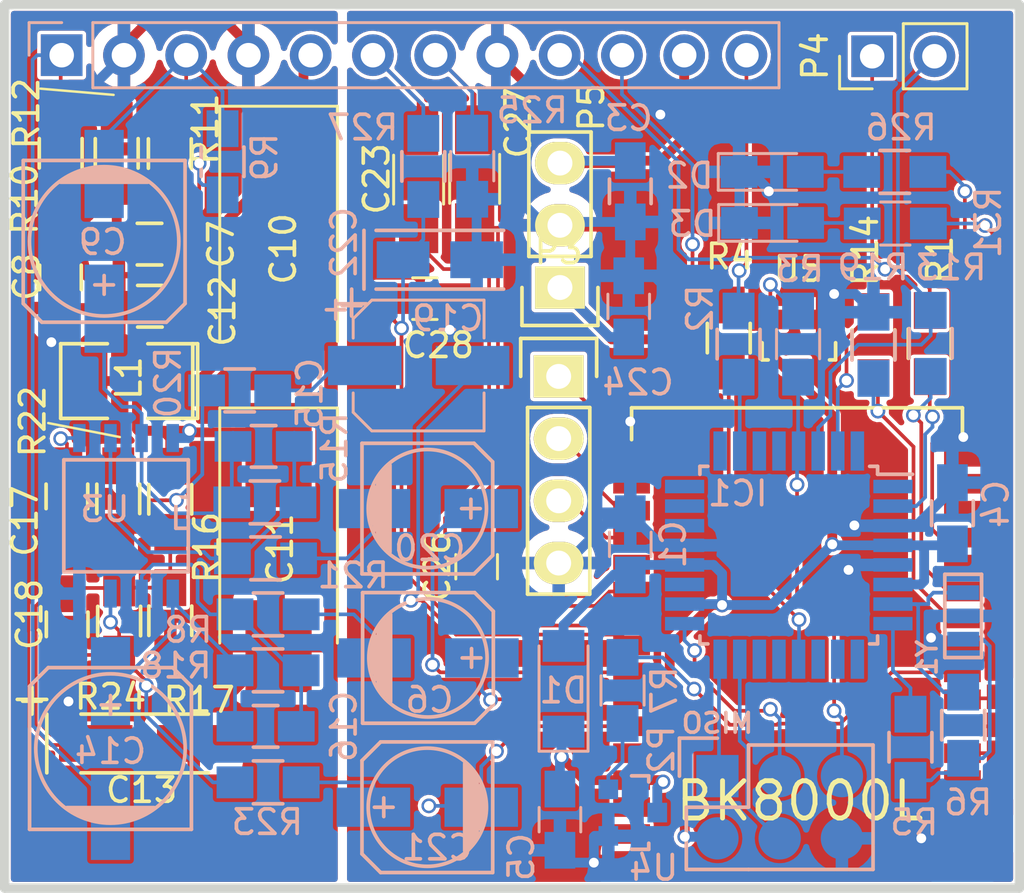
<source format=kicad_pcb>
(kicad_pcb (version 20200518) (host pcbnew "5.99.0-unknown-6083c08~88~ubuntu18.04.1")
  (title_block (date "25 feb 2014"))
  (layers (0 "Front" signal) (31 "Back" signal) (34 "B.Paste" user) (35 "F.Paste" user) (36 "B.SilkS" user) (37 "F.SilkS" user) (38 "B.Mask" user) (39 "F.Mask" user) (44 "Edge.Cuts" user))
  (net 0 "")
  (net 1 "+5V")
  (net 2 "/DataOut")
  (net 3 "GND")
  (net 4 "+12V")
  (net 5 "TX")
  (net 6 "RX")
  (net 7 "/BT_RESET")
  (net 8 "/ARESET")
  (net 9 "+BATT")
  (net 10 "Net-(IC1-Pad8)")
  (net 11 "/MOSI")
  (net 12 "/MISO")
  (net 13 "/SCK")
  (net 14 "/BTOUTL")
  (net 15 "Net-(C6-Pad2)")
  (net 16 "/BTOUTR")
  (net 17 "Net-(C8-Pad1)")
  (net 18 "/AOUTL")
  (net 19 "/AOUTR")
  (net 20 "GNDA")
  (net 21 "+12C")
  (net 22 "/VGND")
  (net 23 "/DataIn")
  (net 24 "/Clock")
  (net 25 "Net-(C7-Pad1)")
  (net 26 "Net-(C15-Pad1)")
  (net 27 "Net-(C14-Pad1)")
  (net 28 "Net-(C15-Pad2)")
  (net 29 "Net-(C16-Pad2)")
  (net 30 "Net-(C17-Pad1)")
  (net 31 "Net-(C18-Pad1)")
  (net 32 "Net-(C19-Pad1)")
  (net 33 "Net-(C20-Pad2)")
  (net 34 "Net-(C21-Pad1)")
  (net 35 "Net-(IC1-Pad30)")
  (net 36 "Net-(IC1-Pad31)")
  (net 37 "/MIC_BIAS")
  (net 38 "/CDC_ENA_12V")
  (net 39 "/BTOUTRN")
  (net 40 "/BTOUTLN")
  (net 41 "/MICP")
  (net 42 "/MIC_IN2")
  (net 43 "/MICN")
  (net 44 "/MIC_IN1")
  (net 45 "Net-(D2-Pad2)")
  (net 46 "Net-(D3-Pad2)")
  (net 47 "/LED1")
  (net 48 "/LED2")
  (net 49 "/IN_DETECT")
  (net 50 "/INR")
  (net 51 "/INL")
  (net 52 "Net-(IC1-Pad7)")
  (net 53 "Net-(R5-Pad1)")
  (net 54 "Net-(IC1-Pad12)")
  (net 55 "Net-(P1-Pad9)")
  (net 56 "Net-(P1-Pad12)")
  (net 57 "Net-(R3-Pad1)")
  (net 58 "Net-(R7-Pad1)")
  (net 59 "Net-(J1-Pad1)")
  (net 60 "Net-(J2-Pad1)")
  (net 61 "Net-(J3-Pad1)")
  (net 62 "Net-(J4-Pad1)")
  (net 63 "Net-(J5-Pad1)")
  (module "Capacitors_Tantalum_SMD:CP_Tantalum_Case-D_EIA-7343-31_Hand" (layer "Front") (at 80.518 159.0675 -90)
    (fp_text reference "C11" (at -0.1905 -0.0635 90) (layer "F.SilkS"))
    (fp_text value "100m/16V")
    (pad "1" smd rect (at -3.775 0 270) (size 3.75 2.7) (layers "Front" "F.Paste" "F.Mask") (net 21 "+12C"))
    (pad "2" smd rect (at 3.775 0 270) (size 3.75 2.7) (layers "Front" "F.Paste" "F.Mask") (net 20 "GNDA"))
  )
  (module "Capacitors_Tantalum_SMD:CP_Tantalum_Case-D_EIA-7343-31_Hand" (layer "Front") (at 80.518 146.7485 -90)
    (fp_text reference "C10" (at -0.127 -0.1905 90) (layer "F.SilkS"))
    (fp_text value "100u/16V")
    (pad "1" smd rect (at -3.775 0 270) (size 3.75 2.7) (layers "Front" "F.Paste" "F.Mask") (net 4 "+12V"))
    (pad "2" smd rect (at 3.775 0 270) (size 3.75 2.7) (layers "Front" "F.Paste" "F.Mask") (net 20 "GNDA"))
  )
  (module "SMD_Packages:SMD-1210_Pol" (layer "Front") (at 74.422 152.019 180)
    (fp_text reference "L1" (at 0.01524 0.12192 270) (layer "F.SilkS"))
    (fp_text value "330u")
    (pad "1" smd rect (at -1.778 0 180) (size 1.778 2.794) (layers "Front" "F.Paste" "F.Mask") (net 4 "+12V"))
    (pad "2" smd rect (at 1.778 0 180) (size 1.778 2.794) (layers "Front" "F.Paste" "F.Mask") (net 21 "+12C"))
  )
  (module "Pin_Headers.pretty:Pin_Header_Straight_1x04" (layer "Front") (at 91.948 151.8285)
    (fp_text reference "P3" (at 0 -5.1 180) (layer "F.SilkS"))
    (fp_text value "CONN_4")
    (pad "4" thru_hole oval (at 0 7.62) (size 2.032 1.7272) (drill 1.016) (layers *.Cu *.Mask "F.SilkS") (net 3 "GND"))
    (pad "3" thru_hole oval (at 0 5.08) (size 2.032 1.7272) (drill 1.016) (layers *.Cu *.Mask "F.SilkS") (net 51 "/INL"))
    (pad "2" thru_hole oval (at 0 2.54) (size 2.032 1.7272) (drill 1.016) (layers *.Cu *.Mask "F.SilkS") (net 50 "/INR"))
    (pad "1" thru_hole rect (at 0 0) (size 2.032 1.7272) (drill 1.016) (layers *.Cu *.Mask "F.SilkS") (net 49 "/IN_DETECT"))
  )
  (module "modules:1pin_smd" (layer "Front") (at 109.9185 164.9095)
    (fp_text reference "J5" hide)
    (fp_text value "TDI")
    (pad "1" smd rect (at 0 0) (size 1 1) (layers "Front" "F.Paste" "F.Mask") (net 63 "Net-(J5-Pad1)") (clearance 0.1))
  )
  (module "modules:1pin_smd" (layer "Front") (at 109.9185 166.0525)
    (fp_text reference "J4" hide)
    (fp_text value "TDO")
    (pad "1" smd rect (at 0 0) (size 1 1) (layers "Front" "F.Paste" "F.Mask") (net 62 "Net-(J4-Pad1)") (clearance 0.1))
  )
  (module "modules:1pin_smd" (layer "Front") (at 109.9185 167.1955)
    (fp_text reference "J3" hide)
    (fp_text value "TCK")
    (pad "1" smd rect (at 0 0) (size 1 1) (layers "Front" "F.Paste" "F.Mask") (net 61 "Net-(J3-Pad1)"))
  )
  (module "modules:1pin_smd" (layer "Front") (at 109.9185 168.3385)
    (fp_text reference "J2" hide)
    (fp_text value "TMS")
    (pad "1" smd rect (at 0 0) (size 1 1) (layers "Front" "F.Paste" "F.Mask") (net 60 "Net-(J2-Pad1)") (clearance 0.1))
  )
  (module "modules:1pin_smd" (layer "Front") (at 109.9185 170.4975)
    (fp_text reference "J1" hide)
    (fp_text value "Ant")
    (pad "1" smd rect (at 0 0) (size 1 1) (layers "Front" "F.Paste" "F.Mask") (net 59 "Net-(J1-Pad1)") (clearance 0.1))
  )
  (module "Capacitors_SMD:C_0805_HandSoldering" (layer "Back") (at 94.8055 148.971 90)
    (fp_text reference "C24" (at -3.1115 0.381) (layer "B.SilkS") (effects (justify mirror)))
    (fp_text value "100n")
    (pad "1" smd rect (at -1.25 0 90) (size 1.5 1.25) (layers "Back" "B.Paste" "B.Mask") (net 1 "+5V"))
    (pad "2" smd rect (at 1.25 0 90) (size 1.5 1.25) (layers "Back" "B.Paste" "B.Mask") (net 3 "GND"))
  )
  (module "Housings_QFP:TQFP-32_7x7mm_Pitch0.8mm" (layer "Back") (at 101.33584 159.1248 180)
    (fp_text reference "IC1" (at 2.0828 2.5146 180) (layer "B.SilkS") (effects (justify mirror)))
    (fp_text value "ATMEGA88-A")
    (pad "1" smd rect (at -4.25 2.8 180) (size 1.6 0.55) (layers "Back" "B.Paste" "B.Mask"))
    (pad "2" smd rect (at -4.25 2 180) (size 1.6 0.55) (layers "Back" "B.Paste" "B.Mask") (net 24 "/Clock"))
    (pad "3" smd rect (at -4.25 1.2 180) (size 1.6 0.55) (layers "Back" "B.Paste" "B.Mask") (net 3 "GND"))
    (pad "4" smd rect (at -4.25 0.4 180) (size 1.6 0.55) (layers "Back" "B.Paste" "B.Mask") (net 1 "+5V"))
    (pad "5" smd rect (at -4.25 -0.4 180) (size 1.6 0.55) (layers "Back" "B.Paste" "B.Mask") (net 3 "GND"))
    (pad "6" smd rect (at -4.25 -1.2 180) (size 1.6 0.55) (layers "Back" "B.Paste" "B.Mask") (net 1 "+5V"))
    (pad "7" smd rect (at -4.25 -2 180) (size 1.6 0.55) (layers "Back" "B.Paste" "B.Mask") (net 52 "Net-(IC1-Pad7)"))
    (pad "8" smd rect (at -4.25 -2.8 180) (size 1.6 0.55) (layers "Back" "B.Paste" "B.Mask") (net 10 "Net-(IC1-Pad8)"))
    (pad "9" smd rect (at -2.8 -4.25 90) (size 1.6 0.55) (layers "Back" "B.Paste" "B.Mask"))
    (pad "10" smd rect (at -2 -4.25 90) (size 1.6 0.55) (layers "Back" "B.Paste" "B.Mask"))
    (pad "11" smd rect (at -1.2 -4.25 90) (size 1.6 0.55) (layers "Back" "B.Paste" "B.Mask"))
    (pad "12" smd rect (at -0.4 -4.25 90) (size 1.6 0.55) (layers "Back" "B.Paste" "B.Mask") (net 54 "Net-(IC1-Pad12)"))
    (pad "13" smd rect (at 0.4 -4.25 90) (size 1.6 0.55) (layers "Back" "B.Paste" "B.Mask"))
    (pad "14" smd rect (at 1.2 -4.25 90) (size 1.6 0.55) (layers "Back" "B.Paste" "B.Mask"))
    (pad "15" smd rect (at 2 -4.25 90) (size 1.6 0.55) (layers "Back" "B.Paste" "B.Mask") (net 11 "/MOSI"))
    (pad "16" smd rect (at 2.8 -4.25 90) (size 1.6 0.55) (layers "Back" "B.Paste" "B.Mask") (net 12 "/MISO"))
    (pad "17" smd rect (at 4.25 -2.8 180) (size 1.6 0.55) (layers "Back" "B.Paste" "B.Mask") (net 13 "/SCK"))
    (pad "18" smd rect (at 4.25 -2 180) (size 1.6 0.55) (layers "Back" "B.Paste" "B.Mask") (net 1 "+5V"))
    (pad "19" smd rect (at 4.25 -1.2 180) (size 1.6 0.55) (layers "Back" "B.Paste" "B.Mask"))
    (pad "20" smd rect (at 4.25 -0.4 180) (size 1.6 0.55) (layers "Back" "B.Paste" "B.Mask") (net 1 "+5V"))
    (pad "21" smd rect (at 4.25 0.4 180) (size 1.6 0.55) (layers "Back" "B.Paste" "B.Mask") (net 3 "GND"))
    (pad "22" smd rect (at 4.25 1.2 180) (size 1.6 0.55) (layers "Back" "B.Paste" "B.Mask"))
    (pad "23" smd rect (at 4.25 2 180) (size 1.6 0.55) (layers "Back" "B.Paste" "B.Mask"))
    (pad "24" smd rect (at 4.25 2.8 180) (size 1.6 0.55) (layers "Back" "B.Paste" "B.Mask"))
    (pad "25" smd rect (at 2.8 4.25 90) (size 1.6 0.55) (layers "Back" "B.Paste" "B.Mask"))
    (pad "26" smd rect (at 2 4.25 90) (size 1.6 0.55) (layers "Back" "B.Paste" "B.Mask") (net 23 "/DataIn"))
    (pad "27" smd rect (at 1.2 4.25 90) (size 1.6 0.55) (layers "Back" "B.Paste" "B.Mask"))
    (pad "28" smd rect (at 0.4 4.25 90) (size 1.6 0.55) (layers "Back" "B.Paste" "B.Mask"))
    (pad "29" smd rect (at -0.4 4.25 90) (size 1.6 0.55) (layers "Back" "B.Paste" "B.Mask") (net 8 "/ARESET"))
    (pad "30" smd rect (at -1.2 4.25 90) (size 1.6 0.55) (layers "Back" "B.Paste" "B.Mask") (net 35 "Net-(IC1-Pad30)"))
    (pad "31" smd rect (at -2 4.25 90) (size 1.6 0.55) (layers "Back" "B.Paste" "B.Mask") (net 36 "Net-(IC1-Pad31)"))
    (pad "32" smd rect (at -2.8 4.25 90) (size 1.6 0.55) (layers "Back" "B.Paste" "B.Mask"))
  )
  (module "modules:MURATA_CSTCE_V53" (layer "Back") (at 108.45292 162.55746 90)
    (fp_text reference "Y1" (at -0.76454 -1.47 270) (layer "B.SilkS") (effects (font (size 0.8 0.8)) (justify mirror)))
    (fp_text value "16MHz")
    (pad "2" smd rect (at 0.95 0 90) (size 0.6 1.3) (layers "Back" "B.Paste" "B.Mask") (net 3 "GND"))
    (pad "3" smd rect (at 1.9 0 90) (size 0.6 1.3) (layers "Back" "B.Paste" "B.Mask") (net 52 "Net-(IC1-Pad7)"))
    (pad "1" smd rect (at 0 0 90) (size 0.6 1.3) (layers "Back" "B.Paste" "B.Mask") (net 53 "Net-(R5-Pad1)"))
  )
  (module "modules:F-6188_nosilk" (layer "Front") (at 108.42244 153.1112 180)
    (fp_text reference "U2" hide)
    (fp_text value "F-6188" hide)
    (pad "25" smd rect (at 13.5 -10.8 180) (size 1.5 0.8) (layers "Front" "F.Paste" "F.Mask") (net 14 "/BTOUTL"))
    (pad "20" smd rect (at 13.5 -5.3 180) (size 1.5 0.8) (layers "Front" "F.Paste" "F.Mask") (net 51 "/INL"))
    (pad "22" smd rect (at 13.5 -7.5 180) (size 1.5 0.8) (layers "Front" "F.Paste" "F.Mask") (net 41 "/MICP"))
    (pad "30" smd rect (at 13.5 -16.3 180) (size 1.5 0.8) (layers "Front" "F.Paste" "F.Mask"))
    (pad "28" smd rect (at 13.5 -14.1 180) (size 1.5 0.8) (layers "Front" "F.Paste" "F.Mask"))
    (pad "24" smd rect (at 13.5 -9.7 180) (size 1.5 0.8) (layers "Front" "F.Paste" "F.Mask") (net 40 "/BTOUTLN"))
    (pad "21" smd rect (at 13.5 -6.4 180) (size 1.5 0.8) (layers "Front" "F.Paste" "F.Mask") (net 43 "/MICN"))
    (pad "31" smd rect (at 13.5 -17.4 180) (size 1.5 0.8) (layers "Front" "F.Paste" "F.Mask"))
    (pad "18" smd rect (at 13.5 -3.1 180) (size 1.5 0.8) (layers "Front" "F.Paste" "F.Mask") (net 49 "/IN_DETECT"))
    (pad "29" smd rect (at 13.5 -15.2 180) (size 1.5 0.8) (layers "Front" "F.Paste" "F.Mask") (net 9 "+BATT"))
    (pad "19" smd rect (at 13.5 -4.2 180) (size 1.5 0.8) (layers "Front" "F.Paste" "F.Mask") (net 50 "/INR"))
    (pad "27" smd rect (at 13.5 -13 180) (size 1.5 0.8) (layers "Front" "F.Paste" "F.Mask") (net 39 "/BTOUTRN"))
    (pad "17" smd rect (at 13.5 -2 180) (size 1.5 0.8) (layers "Front" "F.Paste" "F.Mask") (net 3 "GND"))
    (pad "23" smd rect (at 13.5 -8.6 180) (size 1.5 0.8) (layers "Front" "F.Paste" "F.Mask") (net 37 "/MIC_BIAS"))
    (pad "32" smd rect (at 13.5 -18.5 180) (size 1.5 0.8) (layers "Front" "F.Paste" "F.Mask") (net 3 "GND"))
    (pad "26" smd rect (at 13.5 -11.9 180) (size 1.5 0.8) (layers "Front" "F.Paste" "F.Mask") (net 16 "/BTOUTR"))
    (pad "4" smd rect (at 0 -15.2 180) (size 1.5 0.8) (layers "Front" "F.Paste" "F.Mask") (net 60 "Net-(J2-Pad1)"))
    (pad "1" smd rect (at 0 -18.5 180) (size 1.5 0.8) (layers "Front" "F.Paste" "F.Mask") (net 3 "GND"))
    (pad "2" smd rect (at 0 -17.4 180) (size 1.5 0.8) (layers "Front" "F.Paste" "F.Mask") (net 59 "Net-(J1-Pad1)"))
    (pad "3" smd rect (at 0 -16.3 180) (size 1.5 0.8) (layers "Front" "F.Paste" "F.Mask") (net 3 "GND"))
    (pad "7" smd rect (at 0 -11.9 180) (size 1.5 0.8) (layers "Front" "F.Paste" "F.Mask") (net 63 "Net-(J5-Pad1)"))
    (pad "5" smd rect (at 0 -14.1 180) (size 1.5 0.8) (layers "Front" "F.Paste" "F.Mask") (net 61 "Net-(J3-Pad1)"))
    (pad "9" smd rect (at 0 -9.7 180) (size 1.5 0.8) (layers "Front" "F.Paste" "F.Mask"))
    (pad "6" smd rect (at 0 -13 180) (size 1.5 0.8) (layers "Front" "F.Paste" "F.Mask") (net 62 "Net-(J4-Pad1)"))
    (pad "10" smd rect (at 0 -8.6 180) (size 1.5 0.8) (layers "Front" "F.Paste" "F.Mask") (net 5 "TX"))
    (pad "8" smd rect (at 0 -10.8 180) (size 1.5 0.8) (layers "Front" "F.Paste" "F.Mask") (net 7 "/BT_RESET"))
    (pad "11" smd rect (at 0 -7.5 180) (size 1.5 0.8) (layers "Front" "F.Paste" "F.Mask") (net 6 "RX"))
    (pad "12" smd rect (at 0 -6.4 180) (size 1.5 0.8) (layers "Front" "F.Paste" "F.Mask"))
    (pad "13" smd rect (at 0 -5.3 180) (size 1.5 0.8) (layers "Front" "F.Paste" "F.Mask") (net 47 "/LED1"))
    (pad "14" smd rect (at 0 -4.2 180) (size 1.5 0.8) (layers "Front" "F.Paste" "F.Mask") (net 48 "/LED2"))
    (pad "15" smd rect (at 0 -3.1 180) (size 1.5 0.8) (layers "Front" "F.Paste" "F.Mask"))
    (pad "16" smd rect (at 0 -2 180) (size 1.5 0.8) (layers "Front" "F.Paste" "F.Mask") (net 3 "GND"))
  )
  (module "Pin_Headers:Pin_Header_Straight_1x12_Pitch2.54mm" (layer "Back") (at 71.66864 138.71448 -90)
    (fp_text reference "P1" hide)
    (fp_text value "CONN_10")
    (pad "12" thru_hole oval (at 0 -27.94 270) (size 1.7 1.7) (drill 1) (layers *.Cu *.Mask) (net 56 "Net-(P1-Pad12)"))
    (pad "11" thru_hole oval (at 0 -25.4 270) (size 1.7 1.7) (drill 1) (layers *.Cu *.Mask) (net 38 "/CDC_ENA_12V"))
    (pad "10" thru_hole oval (at 0 -22.86 270) (size 1.7 1.7) (drill 1) (layers *.Cu *.Mask) (net 2 "/DataOut"))
    (pad "9" thru_hole oval (at 0 -20.32 270) (size 1.7 1.7) (drill 1) (layers *.Cu *.Mask) (net 55 "Net-(P1-Pad9)"))
    (pad "8" thru_hole oval (at 0 -17.78 270) (size 1.7 1.7) (drill 1) (layers *.Cu *.Mask) (net 3 "GND"))
    (pad "7" thru_hole oval (at 0 -15.24 270) (size 1.7 1.7) (drill 1) (layers *.Cu *.Mask) (net 44 "/MIC_IN1"))
    (pad "6" thru_hole oval (at 0 -12.7 270) (size 1.7 1.7) (drill 1) (layers *.Cu *.Mask) (net 42 "/MIC_IN2"))
    (pad "5" thru_hole oval (at 0 -10.16 270) (size 1.7 1.7) (drill 1) (layers *.Cu *.Mask) (net 4 "+12V"))
    (pad "4" thru_hole oval (at 0 -7.62 270) (size 1.7 1.7) (drill 1) (layers *.Cu *.Mask) (net 20 "GNDA"))
    (pad "3" thru_hole oval (at 0 -5.08 270) (size 1.7 1.7) (drill 1) (layers *.Cu *.Mask) (net 19 "/AOUTR"))
    (pad "2" thru_hole oval (at 0 -2.54 270) (size 1.7 1.7) (drill 1) (layers *.Cu *.Mask) (net 20 "GNDA"))
    (pad "1" thru_hole rect (at 0 0 270) (size 1.7 1.7) (drill 1) (layers *.Cu *.Mask) (net 18 "/AOUTL"))
  )
  (module "SMD_Packages:SOIC-8-N" (layer "Back") (at 74.295 157.52064 180)
    (fp_text reference "U3" (at 0.8636 0.26924 180) (layer "B.SilkS") (effects (justify mirror)))
    (fp_text value "LM358")
    (pad "8" smd rect (at -1.905 3.175 180) (size 0.508 1.143) (layers "Back" "B.Paste" "B.Mask") (net 21 "+12C"))
    (pad "7" smd rect (at -0.635 3.175 180) (size 0.508 1.143) (layers "Back" "B.Paste" "B.Mask") (net 26 "Net-(C15-Pad1)"))
    (pad "6" smd rect (at 0.635 3.175 180) (size 0.508 1.143) (layers "Back" "B.Paste" "B.Mask") (net 28 "Net-(C15-Pad2)"))
    (pad "5" smd rect (at 1.905 3.175 180) (size 0.508 1.143) (layers "Back" "B.Paste" "B.Mask") (net 30 "Net-(C17-Pad1)"))
    (pad "4" smd rect (at 1.905 -3.175 180) (size 0.508 1.143) (layers "Back" "B.Paste" "B.Mask") (net 20 "GNDA"))
    (pad "3" smd rect (at 0.635 -3.175 180) (size 0.508 1.143) (layers "Back" "B.Paste" "B.Mask") (net 31 "Net-(C18-Pad1)"))
    (pad "2" smd rect (at -0.635 -3.175 180) (size 0.508 1.143) (layers "Back" "B.Paste" "B.Mask") (net 29 "Net-(C16-Pad2)"))
    (pad "1" smd rect (at -1.905 -3.175 180) (size 0.508 1.143) (layers "Back" "B.Paste" "B.Mask") (net 27 "Net-(C14-Pad1)"))
  )
  (module "Capacitors_SMD:c_elec_6.3x5.7" (layer "Back") (at 73.66 167.02024 90)
    (fp_text reference "C14" (at -0.11176 0 180) (layer "B.SilkS") (effects (justify mirror)))
    (fp_text value "47m/25V")
    (pad "1" smd rect (at 2.75082 0 90) (size 3.59918 1.6002) (layers "Back" "B.Paste" "B.Mask") (net 27 "Net-(C14-Pad1)"))
    (pad "2" smd rect (at -2.75082 0 90) (size 3.59918 1.6002) (layers "Back" "B.Paste" "B.Mask") (net 18 "/AOUTL"))
  )
  (module "Capacitors_Tantalum_SMD:TantalC_SizeA_EIA-3216_HandSoldering" (layer "Front") (at 75.057 166.8145)
    (fp_text reference "C13" (at -0.127 1.905) (layer "F.SilkS"))
    (fp_text value "2m2/16V")
    (fp_text user "+" (at -4.59994 -1.80086 180) (layer "F.SilkS"))
    (pad "2" smd rect (at 1.99898 0) (size 2.99974 1.50114) (layers "Front" "F.Paste" "F.Mask") (net 20 "GNDA"))
    (pad "1" smd rect (at -1.99898 0) (size 2.99974 1.50114) (layers "Front" "F.Paste" "F.Mask") (net 22 "/VGND"))
  )
  (module "Resistors_SMD:R_0805_HandSoldering" (layer "Front") (at 76.0984 156.84754 90)
    (fp_text reference "R16" (at -1.96596 1.4986 90) (layer "F.SilkS"))
    (fp_text value "100k")
    (pad "1" smd rect (at -1.35 0 90) (size 1.5 1.3) (layers "Front" "F.Paste" "F.Mask") (net 22 "/VGND"))
    (pad "2" smd rect (at 1.35 0 90) (size 1.5 1.3) (layers "Front" "F.Paste" "F.Mask") (net 21 "+12C"))
  )
  (module "Capacitors_Tantalum_SMD.pretty:TantalC_SizeA_EIA-3216_Wave" (layer "Back") (at 87.09914 147.066)
    (fp_text reference "C22" (at -3.91414 -0.6985 270) (layer "B.SilkS") (effects (justify mirror)))
    (fp_text value "4u7/10V")
    (fp_text user "+" (at -3.59918 1.80086 180) (layer "B.SilkS") (effects (justify mirror)))
    (pad "1" smd rect (at -1.50114 0) (size 2.14884 1.50114) (layers "Back" "B.Paste" "B.Mask") (net 37 "/MIC_BIAS"))
    (pad "2" smd rect (at 1.50114 0) (size 2.14884 1.50114) (layers "Back" "B.Paste" "B.Mask") (net 3 "GND"))
  )
  (module "Resistors_SMD:R_0805_HandSoldering" (layer "Front") (at 76.10094 161.80436 90)
    (fp_text reference "R17" (at -3.23214 1.17856 180) (layer "F.SilkS"))
    (fp_text value "100k")
    (pad "1" smd rect (at -1.35 0 90) (size 1.5 1.3) (layers "Front" "F.Paste" "F.Mask") (net 20 "GNDA"))
    (pad "2" smd rect (at 1.35 0 90) (size 1.5 1.3) (layers "Front" "F.Paste" "F.Mask") (net 22 "/VGND"))
  )
  (module "Capacitors_SMD:C_0805_HandSoldering" (layer "Back") (at 79.9084 154.686)
    (fp_text reference "C15" (at 1.8796 -2.159 270) (layer "B.SilkS") (effects (justify mirror)))
    (fp_text value "33p")
    (pad "1" smd rect (at -1.25 0) (size 1.5 1.25) (layers "Back" "B.Paste" "B.Mask") (net 26 "Net-(C15-Pad1)"))
    (pad "2" smd rect (at 1.25 0) (size 1.5 1.25) (layers "Back" "B.Paste" "B.Mask") (net 28 "Net-(C15-Pad2)"))
  )
  (module "Resistors_SMD:R_0805_HandSoldering" (layer "Back") (at 88.41944 143.24584 90)
    (fp_text reference "R25" (at 2.27584 2.44906 180) (layer "B.SilkS") (effects (justify mirror)))
    (fp_text value "1k2")
    (pad "1" smd rect (at -1.35 0 90) (size 1.5 1.3) (layers "Back" "B.Paste" "B.Mask") (net 3 "GND"))
    (pad "2" smd rect (at 1.35 0 90) (size 1.5 1.3) (layers "Back" "B.Paste" "B.Mask") (net 44 "/MIC_IN1"))
  )
  (module "Capacitors_SMD:C_1206_HandSoldering" (layer "Front") (at 86.233 143.7955 90)
    (fp_text reference "C23" (at 0.0315 -1.7145 90) (layer "F.SilkS"))
    (fp_text value "1u/10V")
    (pad "1" smd rect (at -2 0 90) (size 2 1.6) (layers "Front" "F.Paste" "F.Mask") (net 41 "/MICP"))
    (pad "2" smd rect (at 2 0 90) (size 2 1.6) (layers "Front" "F.Paste" "F.Mask") (net 42 "/MIC_IN2"))
  )
  (module "Capacitors_SMD:C_0805_HandSoldering" (layer "Back") (at 108.0135 157.4165 90)
    (fp_text reference "C4" (at 0.381 1.778 270) (layer "B.SilkS") (effects (justify mirror)))
    (fp_text value "100n")
    (pad "1" smd rect (at -1.25 0 90) (size 1.5 1.25) (layers "Back" "B.Paste" "B.Mask") (net 1 "+5V"))
    (pad "2" smd rect (at 1.25 0 90) (size 1.5 1.25) (layers "Back" "B.Paste" "B.Mask") (net 3 "GND"))
  )
  (module "Capacitors_SMD:C_1206_HandSoldering" (layer "Front") (at 88.519 143.7635 90)
    (fp_text reference "C27" (at 2.2855 1.778 270) (layer "F.SilkS"))
    (fp_text value "1u/10V")
    (pad "1" smd rect (at -2 0 90) (size 2 1.6) (layers "Front" "F.Paste" "F.Mask") (net 43 "/MICN"))
    (pad "2" smd rect (at 2 0 90) (size 2 1.6) (layers "Front" "F.Paste" "F.Mask") (net 44 "/MIC_IN1"))
  )
  (module "Pin_Headers.pretty:Pin_Header_Straight_1x03" (layer "Front") (at 92 148.2 180)
    (fp_text reference "P5" (at -1.2815 7.357 90) (layer "F.SilkS"))
    (fp_text value "CONN_4")
    (pad "3" thru_hole oval (at 0 5.08 180) (size 2.032 1.7272) (drill 1.016) (layers *.Cu *.Mask "F.SilkS") (net 38 "/CDC_ENA_12V"))
    (pad "2" thru_hole oval (at 0 2.54 180) (size 2.032 1.7272) (drill 1.016) (layers *.Cu *.Mask "F.SilkS") (net 3 "GND"))
    (pad "1" thru_hole rect (at 0 0 180) (size 2.032 1.7272) (drill 1.016) (layers *.Cu *.Mask "F.SilkS") (net 1 "+5V"))
  )
  (module "TO_SOT_Packages_SMD.pretty:SOT-23" (layer "Front") (at 101.74732 150.50516 180)
    (fp_text reference "U5" (at 0.02032 3.05816) (layer "F.SilkS"))
    (fp_text value "MAX809")
    (pad "3" smd rect (at 0 -0.99822 180) (size 0.8001 0.8001) (layers "Front" "F.Paste" "F.Mask") (net 1 "+5V"))
    (pad "2" smd rect (at 0.95 1.00076 180) (size 0.8001 0.8001) (layers "Front" "F.Paste" "F.Mask") (net 57 "Net-(R3-Pad1)"))
    (pad "1" smd rect (at -0.95 1.00076 180) (size 0.8001 0.8001) (layers "Front" "F.Paste" "F.Mask") (net 3 "GND"))
  )
  (module "TO_SOT_Packages_SMD.pretty:SOT-23" (layer "Back") (at 94.97314 169.63644 90)
    (fp_text reference "U4" (at -2.25806 0.84836 180) (layer "B.SilkS") (effects (justify mirror)))
    (fp_text value "MAX809")
    (pad "3" smd rect (at 0 0.99822 90) (size 0.8001 0.8001) (layers "Back" "B.Paste" "B.Mask") (net 9 "+BATT"))
    (pad "2" smd rect (at 0.95 -1.00076 90) (size 0.8001 0.8001) (layers "Back" "B.Paste" "B.Mask") (net 58 "Net-(R7-Pad1)"))
    (pad "1" smd rect (at -0.95 -1.00076 90) (size 0.8001 0.8001) (layers "Back" "B.Paste" "B.Mask") (net 3 "GND"))
  )
  (module "Pin_Headers:Pin_Header_Straight_1x02_Pitch2.54mm" (layer "Front") (at 104.73944 138.75766 90)
    (fp_text reference "P4" (at 0 -2.33 90) (layer "F.SilkS"))
    (fp_text value "SERIAL")
    (pad "1" thru_hole rect (at 0 0 90) (size 1.7 1.7) (drill 1) (layers *.Cu *.Mask) (net 36 "Net-(IC1-Pad31)"))
    (pad "2" thru_hole oval (at 0 2.54 90) (size 1.7 1.7) (drill 1) (layers *.Cu *.Mask) (net 35 "Net-(IC1-Pad30)"))
  )
  (module "Capacitors_SMD:C_0805_HandSoldering" (layer "Back") (at 94.869 158.6865 90)
    (fp_text reference "C1" (at 0 1.75 90) (layer "B.SilkS") (effects (justify mirror)))
    (fp_text value "100n")
    (pad "1" smd rect (at -1.25 0 90) (size 1.5 1.25) (layers "Back" "B.Paste" "B.Mask") (net 1 "+5V"))
    (pad "2" smd rect (at 1.25 0 90) (size 1.5 1.25) (layers "Back" "B.Paste" "B.Mask") (net 3 "GND"))
  )
  (module "Capacitors_SMD:C_0805_HandSoldering" (layer "Back") (at 91.9988 169.926 -90)
    (fp_text reference "C5" (at 1.524 1.5748 90) (layer "B.SilkS") (effects (justify mirror)))
    (fp_text value "100n")
    (pad "1" smd rect (at -1.25 0 270) (size 1.5 1.25) (layers "Back" "B.Paste" "B.Mask") (net 9 "+BATT"))
    (pad "2" smd rect (at 1.25 0 270) (size 1.5 1.25) (layers "Back" "B.Paste" "B.Mask") (net 3 "GND"))
  )
  (module "Resistors_SMD:R_0805_HandSoldering" (layer "Back") (at 101.71684 150.51024 -90)
    (fp_text reference "R3" (at -3.06324 -0.07366) (layer "B.SilkS") (effects (justify mirror)))
    (fp_text value "100")
    (pad "1" smd rect (at -1.35 0 270) (size 1.5 1.3) (layers "Back" "B.Paste" "B.Mask") (net 57 "Net-(R3-Pad1)"))
    (pad "2" smd rect (at 1.35 0 270) (size 1.5 1.3) (layers "Back" "B.Paste" "B.Mask") (net 8 "/ARESET"))
  )
  (module "Diodes_SMD:D_MiniMELF" (layer "Back") (at 92.14612 164.58184 90)
    (fp_text reference "D1" (at -0.07366 -0.00762 180) (layer "B.SilkS") (effects (justify mirror)))
    (fp_text value "1N4148")
    (pad "1" smd rect (at -1.75 0 90) (size 1.3 1.7) (layers "Back" "B.Paste" "B.Mask") (net 9 "+BATT"))
    (pad "2" smd rect (at 1.75 0 90) (size 1.3 1.7) (layers "Back" "B.Paste" "B.Mask") (net 1 "+5V"))
  )
  (module "Capacitors_SMD:C_0805_HandSoldering" (layer "Front") (at 86.487 148.6535)
    (fp_text reference "C28" (at 0.5515 1.905) (layer "F.SilkS"))
    (fp_text value "100n")
    (pad "2" smd rect (at 1.25 0) (size 1.5 1.25) (layers "Front" "F.Paste" "F.Mask") (net 3 "GND"))
    (pad "1" smd rect (at -1.25 0) (size 1.5 1.25) (layers "Front" "F.Paste" "F.Mask") (net 37 "/MIC_BIAS"))
  )
  (module "Pin_Headers:Pin_Header_Straight_2x03" (layer "Back") (at 98.425 168.148 -90)
    (fp_text reference "P2" (at -1.0795 2.286 -90) (layer "B.SilkS") (effects (justify mirror)))
    (fp_text value "SPI")
    (pad "1" smd rect (at 0 0 270) (size 1.7272 1.7272) (layers "Back" "B.Paste" "B.Mask") (net 12 "/MISO"))
    (pad "2" smd oval (at 2.54 0 270) (size 1.7272 1.7272) (layers "Back" "B.Paste" "B.Mask") (net 1 "+5V"))
    (pad "3" smd oval (at 0 -2.54 270) (size 1.7272 1.7272) (layers "Back" "B.Paste" "B.Mask") (net 13 "/SCK"))
    (pad "4" smd oval (at 2.54 -2.54 270) (size 1.7272 1.7272) (layers "Back" "B.Paste" "B.Mask") (net 11 "/MOSI"))
    (pad "5" smd oval (at 0 -5.08 270) (size 1.7272 1.7272) (layers "Back" "B.Paste" "B.Mask") (net 8 "/ARESET"))
    (pad "6" smd oval (at 2.54 -5.08 270) (size 1.7272 1.7272) (layers "Back" "B.Paste" "B.Mask") (net 3 "GND"))
  )
  (module "Capacitors_SMD:c_elec_5x5.8" (layer "Back") (at 86.5886 157.226)
    (fp_text reference "C20" (at 0.1016 1.62052) (layer "B.SilkS") (effects (justify mirror)))
    (fp_text value "10m/16V")
    (pad "1" smd rect (at 2.19964 0) (size 2.99974 1.6002) (layers "Back" "B.Paste" "B.Mask") (net 14 "/BTOUTL"))
    (pad "2" smd rect (at -2.19964 0) (size 2.99974 1.6002) (layers "Back" "B.Paste" "B.Mask") (net 33 "Net-(C20-Pad2)"))
  )
  (module "Capacitors_SMD:CP_Elec_5x5.8" (layer "Back") (at 86.233 151.384)
    (fp_text reference "C19" (at 1.19416 -1.92278) (layer "B.SilkS") (effects (justify mirror)))
    (fp_text value "10m/16V")
    (fp_text user "+" (at -3.38 -2.35) (layer "B.SilkS") (effects (justify mirror)))
    (pad "2" smd rect (at 2.2 0 180) (size 3 1.6) (layers "Back" "B.Paste" "B.Mask") (net 40 "/BTOUTLN"))
    (pad "1" smd rect (at -2.2 0 180) (size 3 1.6) (layers "Back" "B.Paste" "B.Mask") (net 32 "Net-(C19-Pad1)"))
  )
  (module "Resistors_SMD:R_0805_HandSoldering" (layer "Front") (at 104.79278 150.53056 -90)
    (fp_text reference "R14" (at -3.84556 0.33528 90) (layer "F.SilkS"))
    (fp_text value "330")
    (pad "1" smd rect (at -1.35 0 270) (size 1.5 1.3) (layers "Front" "F.Paste" "F.Mask") (net 36 "Net-(IC1-Pad31)"))
    (pad "2" smd rect (at 1.35 0 270) (size 1.5 1.3) (layers "Front" "F.Paste" "F.Mask") (net 5 "TX"))
  )
  (module "Capacitors_SMD:c_elec_5x5.8" (layer "Back") (at 86.5886 169.418 180)
    (fp_text reference "C21" (at -0.4064 -1.651 180) (layer "B.SilkS") (effects (justify mirror)))
    (fp_text value "10m/16V")
    (pad "1" smd rect (at 2.19964 0 180) (size 2.99974 1.6002) (layers "Back" "B.Paste" "B.Mask") (net 34 "Net-(C21-Pad1)"))
    (pad "2" smd rect (at -2.19964 0 180) (size 2.99974 1.6002) (layers "Back" "B.Paste" "B.Mask") (net 39 "/BTOUTRN"))
  )
  (module "Resistors_SMD:R_0805_HandSoldering" (layer "Back") (at 99.2886 150.51024 -90)
    (fp_text reference "R2" (at -1.4478 1.5748 90) (layer "B.SilkS") (effects (justify mirror)))
    (fp_text value "3k3")
    (pad "1" smd rect (at -1.35 0 270) (size 1.5 1.3) (layers "Back" "B.Paste" "B.Mask") (net 56 "Net-(P1-Pad12)"))
    (pad "2" smd rect (at 1.35 0 270) (size 1.5 1.3) (layers "Back" "B.Paste" "B.Mask") (net 23 "/DataIn"))
  )
  (module "Resistors_SMD:R_0805_HandSoldering" (layer "Back") (at 80.09 168.402 180)
    (fp_text reference "R23" (at 0.03048 -1.6256 180) (layer "B.SilkS") (effects (justify mirror)))
    (fp_text value "22k")
    (pad "1" smd rect (at -1.35 0 180) (size 1.5 1.3) (layers "Back" "B.Paste" "B.Mask") (net 34 "Net-(C21-Pad1)"))
    (pad "2" smd rect (at 1.35 0 180) (size 1.5 1.3) (layers "Back" "B.Paste" "B.Mask") (net 31 "Net-(C18-Pad1)"))
  )
  (module "Capacitors_SMD:C_0805_HandSoldering" (layer "Back") (at 94.869 144.272 -90)
    (fp_text reference "C3" (at -2.9845 0.0635) (layer "B.SilkS") (effects (justify mirror)))
    (fp_text value "100n")
    (pad "1" smd rect (at -1.25 0 270) (size 1.5 1.25) (layers "Back" "B.Paste" "B.Mask") (net 38 "/CDC_ENA_12V"))
    (pad "2" smd rect (at 1.25 0 270) (size 1.5 1.25) (layers "Back" "B.Paste" "B.Mask") (net 3 "GND"))
  )
  (module "Resistors_SMD:R_0805_HandSoldering" (layer "Front") (at 107.08894 150.48992 -90)
    (fp_text reference "R1" (at -3.42392 -0.41656 90) (layer "F.SilkS"))
    (fp_text value "3k3")
    (pad "1" smd rect (at -1.35 0 270) (size 1.5 1.3) (layers "Front" "F.Paste" "F.Mask") (net 55 "Net-(P1-Pad9)"))
    (pad "2" smd rect (at 1.35 0 270) (size 1.5 1.3) (layers "Front" "F.Paste" "F.Mask") (net 24 "/Clock"))
  )
  (module "Resistors_SMD:R_0805_HandSoldering" (layer "Front") (at 98.88728 150.26386 90)
    (fp_text reference "R4" (at 3.32486 0.04572) (layer "F.SilkS"))
    (fp_text value "3k3")
    (pad "1" smd rect (at -1.35 0 90) (size 1.5 1.3) (layers "Front" "F.Paste" "F.Mask") (net 54 "Net-(IC1-Pad12)"))
    (pad "2" smd rect (at 1.35 0 90) (size 1.5 1.3) (layers "Front" "F.Paste" "F.Mask") (net 2 "/DataOut"))
  )
  (module "Resistors_SMD:R_0805_HandSoldering" (layer "Back") (at 106.30154 166.96944 90)
    (fp_text reference "R5" (at -3.07086 0.15494) (layer "B.SilkS") (effects (justify mirror)))
    (fp_text value "20")
    (pad "1" smd rect (at -1.35 0 90) (size 1.5 1.3) (layers "Back" "B.Paste" "B.Mask") (net 53 "Net-(R5-Pad1)"))
    (pad "2" smd rect (at 1.35 0 90) (size 1.5 1.3) (layers "Back" "B.Paste" "B.Mask") (net 10 "Net-(IC1-Pad8)"))
  )
  (module "Resistors_SMD:R_0805_HandSoldering" (layer "Back") (at 108.45292 166.069 -90)
    (fp_text reference "R6" (at 3.15596 -0.2032 180) (layer "B.SilkS") (effects (justify mirror)))
    (fp_text value "1M")
    (pad "1" smd rect (at -1.35 0 270) (size 1.5 1.3) (layers "Back" "B.Paste" "B.Mask") (net 52 "Net-(IC1-Pad7)"))
    (pad "2" smd rect (at 1.35 0 270) (size 1.5 1.3) (layers "Back" "B.Paste" "B.Mask") (net 53 "Net-(R5-Pad1)"))
  )
  (module "Capacitors_SMD:c_elec_5x5.8" (layer "Back") (at 86.614 163.322)
    (fp_text reference "C6" (at 0.0635 1.7145) (layer "B.SilkS") (effects (justify mirror)))
    (fp_text value "10m/16V")
    (pad "1" smd rect (at 2.19964 0) (size 2.99974 1.6002) (layers "Back" "B.Paste" "B.Mask") (net 16 "/BTOUTR"))
    (pad "2" smd rect (at -2.19964 0) (size 2.99974 1.6002) (layers "Back" "B.Paste" "B.Mask") (net 15 "Net-(C6-Pad2)"))
  )
  (module "Capacitors_SMD:c_elec_6.3x5.7" (layer "Back") (at 73.40092 146.31416 -90)
    (fp_text reference "C9" (at 0.03302 0.05842) (layer "B.SilkS") (effects (justify mirror)))
    (fp_text value "47m/25V")
    (pad "1" smd rect (at 2.75082 0 270) (size 3.59918 1.6002) (layers "Back" "B.Paste" "B.Mask") (net 26 "Net-(C15-Pad1)"))
    (pad "2" smd rect (at -2.75082 0 270) (size 3.59918 1.6002) (layers "Back" "B.Paste" "B.Mask") (net 19 "/AOUTR"))
  )
  (module "Capacitors_SMD:C_0805_HandSoldering" (layer "Front") (at 75.26782 148.9634 180)
    (fp_text reference "C12" (at -2.96418 -0.1981 270) (layer "F.SilkS"))
    (fp_text value "100n")
    (pad "1" smd rect (at -1.25 0 180) (size 1.5 1.25) (layers "Front" "F.Paste" "F.Mask") (net 21 "+12C"))
    (pad "2" smd rect (at 1.25 0 180) (size 1.5 1.25) (layers "Front" "F.Paste" "F.Mask") (net 20 "GNDA"))
  )
  (module "Resistors_SMD:R_0805_HandSoldering" (layer "Back") (at 80.09 161.544)
    (fp_text reference "R8" (at -3.255 0.635 180) (layer "B.SilkS") (effects (justify mirror)))
    (fp_text value "22k")
    (pad "1" smd rect (at -1.35 0) (size 1.5 1.3) (layers "Back" "B.Paste" "B.Mask") (net 29 "Net-(C16-Pad2)"))
    (pad "2" smd rect (at 1.35 0) (size 1.5 1.3) (layers "Back" "B.Paste" "B.Mask") (net 15 "Net-(C6-Pad2)"))
  )
  (module "Resistors_SMD:R_0805_HandSoldering" (layer "Back") (at 78.232 143.0655 90)
    (fp_text reference "R9" (at 0.1905 1.7145 90) (layer "B.SilkS") (effects (justify mirror)))
    (fp_text value "39R")
    (pad "1" smd rect (at -1.35 0 90) (size 1.5 1.3) (layers "Back" "B.Paste" "B.Mask") (net 25 "Net-(C7-Pad1)"))
    (pad "2" smd rect (at 1.35 0 90) (size 1.5 1.3) (layers "Back" "B.Paste" "B.Mask") (net 19 "/AOUTR"))
  )
  (module "Resistors_SMD:R_0805_HandSoldering" (layer "Front") (at 71.628 142.7188 90)
    (fp_text reference "R10" (at -1.8707 -1.4605 270) (layer "F.SilkS"))
    (fp_text value "39R")
    (pad "1" smd rect (at -1.35 0 90) (size 1.5 1.3) (layers "Front" "F.Paste" "F.Mask") (net 17 "Net-(C8-Pad1)"))
    (pad "2" smd rect (at 1.35 0 90) (size 1.5 1.3) (layers "Front" "F.Paste" "F.Mask") (net 18 "/AOUTL"))
  )
  (module "Resistors_SMD:R_0805_HandSoldering" (layer "Front") (at 76.08062 142.73022 90)
    (fp_text reference "R11" (at 0.99822 1.45288 270) (layer "F.SilkS"))
    (fp_text value "47k")
    (pad "1" smd rect (at -1.35 0 90) (size 1.5 1.3) (layers "Front" "F.Paste" "F.Mask") (net 20 "GNDA"))
    (pad "2" smd rect (at 1.35 0 90) (size 1.5 1.3) (layers "Front" "F.Paste" "F.Mask") (net 19 "/AOUTR"))
  )
  (module "Resistors_SMD:R_0805_HandSoldering" (layer "Front") (at 73.914 142.7226 90)
    (fp_text reference "R12" (at 1.6256 -3.683 270) (layer "F.SilkS"))
    (fp_text value "47k")
    (pad "1" smd rect (at -1.35 0 90) (size 1.5 1.3) (layers "Front" "F.Paste" "F.Mask") (net 20 "GNDA"))
    (pad "2" smd rect (at 1.35 0 90) (size 1.5 1.3) (layers "Front" "F.Paste" "F.Mask") (net 18 "/AOUTL"))
  )
  (module "Resistors_SMD:R_0805_HandSoldering" (layer "Back") (at 107.12704 150.47722 -90)
    (fp_text reference "R13" (at -3.09372 -0.82296) (layer "B.SilkS") (effects (justify mirror)))
    (fp_text value "330")
    (pad "1" smd rect (at -1.35 0 270) (size 1.5 1.3) (layers "Back" "B.Paste" "B.Mask") (net 35 "Net-(IC1-Pad30)"))
    (pad "2" smd rect (at 1.35 0 270) (size 1.5 1.3) (layers "Back" "B.Paste" "B.Mask") (net 6 "RX"))
  )
  (module "Resistors_SMD:R_0805_HandSoldering" (layer "Back") (at 79.9592 156.972 180)
    (fp_text reference "R15" (at -2.8448 2.2225 90) (layer "B.SilkS") (effects (justify mirror)))
    (fp_text value "47k")
    (pad "1" smd rect (at -1.35 0 180) (size 1.5 1.3) (layers "Back" "B.Paste" "B.Mask") (net 28 "Net-(C15-Pad2)"))
    (pad "2" smd rect (at 1.35 0 180) (size 1.5 1.3) (layers "Back" "B.Paste" "B.Mask") (net 26 "Net-(C15-Pad1)"))
  )
  (module "Capacitors_SMD:C_0805_HandSoldering" (layer "Back") (at 79.99 166.116)
    (fp_text reference "C16" (at 3.195 0 90) (layer "B.SilkS") (effects (justify mirror)))
    (fp_text value "33p")
    (pad "1" smd rect (at -1.25 0) (size 1.5 1.25) (layers "Back" "B.Paste" "B.Mask") (net 27 "Net-(C14-Pad1)"))
    (pad "2" smd rect (at 1.25 0) (size 1.5 1.25) (layers "Back" "B.Paste" "B.Mask") (net 29 "Net-(C16-Pad2)"))
  )
  (module "Capacitors_SMD:C_0805_HandSoldering" (layer "Front") (at 71.882 156.7269 -90)
    (fp_text reference "C17" (at 1.0071 1.7145 -90) (layer "F.SilkS"))
    (fp_text value "33p")
    (pad "1" smd rect (at -1.25 0 270) (size 1.5 1.25) (layers "Front" "F.Paste" "F.Mask") (net 30 "Net-(C17-Pad1)"))
    (pad "2" smd rect (at 1.25 0 270) (size 1.5 1.25) (layers "Front" "F.Paste" "F.Mask") (net 22 "/VGND"))
  )
  (module "Capacitors_SMD:C_0805_HandSoldering" (layer "Front") (at 71.89216 161.95168 90)
    (fp_text reference "C18" (at 0.40768 -1.53416 90) (layer "F.SilkS"))
    (fp_text value "33p")
    (pad "1" smd rect (at -1.25 0 90) (size 1.5 1.25) (layers "Front" "F.Paste" "F.Mask") (net 31 "Net-(C18-Pad1)"))
    (pad "2" smd rect (at 1.25 0 90) (size 1.5 1.25) (layers "Front" "F.Paste" "F.Mask") (net 22 "/VGND"))
  )
  (module "Resistors_SMD:R_0805_HandSoldering" (layer "Back") (at 80.09 163.83 180)
    (fp_text reference "R18" (at 3.763 0.1905 180) (layer "B.SilkS") (effects (justify mirror)))
    (fp_text value "47k")
    (pad "1" smd rect (at -1.35 0 180) (size 1.5 1.3) (layers "Back" "B.Paste" "B.Mask") (net 29 "Net-(C16-Pad2)"))
    (pad "2" smd rect (at 1.35 0 180) (size 1.5 1.3) (layers "Back" "B.Paste" "B.Mask") (net 27 "Net-(C14-Pad1)"))
  )
  (module "Resistors_SMD:R_0805_HandSoldering" (layer "Back") (at 104.79278 150.55976 90)
    (fp_text reference "R19" (at 3.17626 -0.01778) (layer "B.SilkS") (effects (justify mirror)))
    (fp_text value "4k7")
    (pad "1" smd rect (at -1.35 0 90) (size 1.5 1.3) (layers "Back" "B.Paste" "B.Mask") (net 5 "TX"))
    (pad "2" smd rect (at 1.35 0 90) (size 1.5 1.3) (layers "Back" "B.Paste" "B.Mask") (net 3 "GND"))
  )
  (module "Resistors_SMD:R_0805_HandSoldering" (layer "Back") (at 78.9305 152.4 180)
    (fp_text reference "R20" (at 2.921 0.3175 270) (layer "B.SilkS") (effects (justify mirror)))
    (fp_text value "22k")
    (pad "1" smd rect (at -1.35 0 180) (size 1.5 1.3) (layers "Back" "B.Paste" "B.Mask") (net 32 "Net-(C19-Pad1)"))
    (pad "2" smd rect (at 1.35 0 180) (size 1.5 1.3) (layers "Back" "B.Paste" "B.Mask") (net 30 "Net-(C17-Pad1)"))
  )
  (module "Resistors_SMD:R_0805_HandSoldering" (layer "Back") (at 79.9846 159.258)
    (fp_text reference "R21" (at 3.5814 0.6985) (layer "B.SilkS") (effects (justify mirror)))
    (fp_text value "22k")
    (pad "1" smd rect (at -1.35 0) (size 1.5 1.3) (layers "Back" "B.Paste" "B.Mask") (net 28 "Net-(C15-Pad2)"))
    (pad "2" smd rect (at 1.35 0) (size 1.5 1.3) (layers "Back" "B.Paste" "B.Mask") (net 33 "Net-(C20-Pad2)"))
  )
  (module "Resistors_SMD:R_0805_HandSoldering" (layer "Front") (at 73.9775 156.8285 90)
    (fp_text reference "R22" (at 3.1585 -3.4925 90) (layer "F.SilkS"))
    (fp_text value "47k")
    (pad "1" smd rect (at -1.35 0 90) (size 1.5 1.3) (layers "Front" "F.Paste" "F.Mask") (net 22 "/VGND"))
    (pad "2" smd rect (at 1.35 0 90) (size 1.5 1.3) (layers "Front" "F.Paste" "F.Mask") (net 30 "Net-(C17-Pad1)"))
  )
  (module "Resistors_SMD:R_0805_HandSoldering" (layer "Front") (at 74.01306 161.81706 -90)
    (fp_text reference "R24" (at 3.09244 0.35306 180) (layer "F.SilkS"))
    (fp_text value "47k")
    (pad "1" smd rect (at -1.35 0 270) (size 1.5 1.3) (layers "Front" "F.Paste" "F.Mask") (net 22 "/VGND"))
    (pad "2" smd rect (at 1.35 0 270) (size 1.5 1.3) (layers "Front" "F.Paste" "F.Mask") (net 31 "Net-(C18-Pad1)"))
  )
  (module "Resistors_SMD:R_0805_HandSoldering" (layer "Back") (at 105.66272 143.47952 180)
    (fp_text reference "R26" (at -0.25528 1.81102 180) (layer "B.SilkS") (effects (justify mirror)))
    (fp_text value "1k")
    (pad "1" smd rect (at -1.35 0 180) (size 1.5 1.3) (layers "Back" "B.Paste" "B.Mask") (net 47 "/LED1"))
    (pad "2" smd rect (at 1.35 0 180) (size 1.5 1.3) (layers "Back" "B.Paste" "B.Mask") (net 45 "Net-(D2-Pad2)"))
  )
  (module "Capacitors_SMD:C_0805_HandSoldering" (layer "Front") (at 75.25258 146.42846 180)
    (fp_text reference "C7" (at -2.91592 -0.00254 270) (layer "F.SilkS"))
    (fp_text value "100n")
    (pad "1" smd rect (at -1.25 0 180) (size 1.5 1.25) (layers "Front" "F.Paste" "F.Mask") (net 25 "Net-(C7-Pad1)"))
    (pad "2" smd rect (at 1.25 0 180) (size 1.5 1.25) (layers "Front" "F.Paste" "F.Mask") (net 20 "GNDA"))
  )
  (module "Capacitors_SMD:C_0805_HandSoldering" (layer "Front") (at 71.61784 147.78736 -90)
    (fp_text reference "C8" (at -0.02286 1.38684 90) (layer "F.SilkS"))
    (fp_text value "100n")
    (pad "1" smd rect (at -1.25 0 270) (size 1.5 1.25) (layers "Front" "F.Paste" "F.Mask") (net 17 "Net-(C8-Pad1)"))
    (pad "2" smd rect (at 1.25 0 270) (size 1.5 1.25) (layers "Front" "F.Paste" "F.Mask") (net 20 "GNDA"))
  )
  (module "Resistors_SMD:R_0805_HandSoldering" (layer "Back") (at 86.4235 143.256 -90)
    (fp_text reference "R27" (at -1.5875 2.4765 180) (layer "B.SilkS") (effects (justify mirror)))
    (fp_text value "1k2")
    (pad "1" smd rect (at -1.35 0 270) (size 1.5 1.3) (layers "Back" "B.Paste" "B.Mask") (net 42 "/MIC_IN2"))
    (pad "2" smd rect (at 1.35 0 270) (size 1.5 1.3) (layers "Back" "B.Paste" "B.Mask") (net 37 "/MIC_BIAS"))
  )
  (module "Capacitors_SMD:C_0805_HandSoldering" (layer "Front") (at 88.6 159.6 90)
    (fp_text reference "C26" (at 0 -1.6 90) (layer "F.SilkS"))
    (fp_text value "10n")
    (pad "1" smd rect (at -1.25 0 90) (size 1.5 1.25) (layers "Front" "F.Paste" "F.Mask") (net 41 "/MICP"))
    (pad "2" smd rect (at 1.25 0 90) (size 1.5 1.25) (layers "Front" "F.Paste" "F.Mask") (net 43 "/MICN"))
  )
  (module "LEDs:LED_0805_HandSoldering" (layer "Back") (at 100.65892 143.47952)
    (fp_text reference "D2" (at -3.37692 0.15748 180) (layer "B.SilkS") (effects (justify mirror)))
    (fp_text value "LED")
    (pad "1" smd rect (at -1.35 0) (size 1.5 1.3) (layers "Back" "B.Paste" "B.Mask") (net 3 "GND"))
    (pad "2" smd rect (at 1.35 0) (size 1.5 1.3) (layers "Back" "B.Paste" "B.Mask") (net 45 "Net-(D2-Pad2)"))
  )
  (module "LEDs:LED_0805_HandSoldering" (layer "Back") (at 100.67416 145.56232)
    (fp_text reference "D3" (at -3.26516 0.04318 180) (layer "B.SilkS") (effects (justify mirror)))
    (fp_text value "LED")
    (pad "2" smd rect (at 1.35 0) (size 1.5 1.3) (layers "Back" "B.Paste" "B.Mask") (net 46 "Net-(D3-Pad2)"))
    (pad "1" smd rect (at -1.35 0) (size 1.5 1.3) (layers "Back" "B.Paste" "B.Mask") (net 3 "GND"))
  )
  (module "Resistors_SMD:R_0805_HandSoldering" (layer "Back") (at 105.68304 145.58772 180)
    (fp_text reference "R31" (at -3.79096 0.04572 90) (layer "B.SilkS") (effects (justify mirror)))
    (fp_text value "1k")
    (pad "2" smd rect (at 1.35 0 180) (size 1.5 1.3) (layers "Back" "B.Paste" "B.Mask") (net 46 "Net-(D3-Pad2)"))
    (pad "1" smd rect (at -1.35 0 180) (size 1.5 1.3) (layers "Back" "B.Paste" "B.Mask") (net 48 "/LED2"))
  )
  (module "Resistors_SMD:R_0805_HandSoldering" (layer "Back") (at 94.55404 164.65042 90)
    (fp_text reference "R7" (at 0 1.7 90) (layer "B.SilkS") (effects (justify mirror)))
    (fp_text value "100")
    (pad "2" smd rect (at 1.35 0 90) (size 1.5 1.3) (layers "Back" "B.Paste" "B.Mask") (net 7 "/BT_RESET"))
    (pad "1" smd rect (at -1.35 0 90) (size 1.5 1.3) (layers "Back" "B.Paste" "B.Mask") (net 58 "Net-(R7-Pad1)"))
  )
  (gr_line (start 70.8025 140.081) (end 73.787 140.335) (layer "F.SilkS") (width 0.1))
  (gr_line (start 71.12 153.7335) (end 74.041 154.305) (layer "F.SilkS") (width 0.1))
  (gr_text "BK8000L" (at 101.7905 169.164) (layer "F.SilkS") (effects (font (size 1.524 1.524) (thickness 0.2))))
  (gr_text "MISO" (at 98.425 165.989) (layer "B.SilkS") (effects (font (size 0.8 0.8)) (justify mirror)))
  (gr_line (start 110.744 172.72) (end 110.744 136.652) (angle 90) (layer "Edge.Cuts") (width 0.381))
  (gr_line (start 69.342 172.72) (end 110.744 172.72) (angle 90) (layer "Edge.Cuts") (width 0.381))
  (gr_line (start 69.342 136.652) (end 69.342 172.72) (angle 90) (layer "Edge.Cuts") (width 0.381))
  (gr_line (start 110.744 136.652) (end 69.342 136.652) (angle 90) (layer "Edge.Cuts") (width 0.381))
  (segment (start 78.501 150.5735) (end 78.486 150.5585) (width 0.4) (layer "Front") (net 4))
  (segment (start 78.486 150.5585) (end 78.486 145.3905) (width 0.4) (layer "Front") (net 4))
  (segment (start 78.486 150.772) (end 78.486 150.5585) (width 0.4) (layer "Front") (net 4))
  (segment (start 76.51782 148.9634) (end 76.0806 148.9634) (width 0.4) (layer "Front") (net 21))
  (segment (start 76.0806 148.9634) (end 74.7395 150.3045) (width 0.4) (layer "Front") (net 21))
  (segment (start 74.7395 150.3045) (end 74.7395 152.019) (width 0.4) (layer "Front") (net 21))
  (segment (start 74.3585 152.019) (end 74.7395 152.019) (width 0.4) (layer "Front") (net 21))
  (segment (start 74.7395 152.019) (end 74.7395 153.9875) (width 0.4) (layer "Front") (net 21))
  (segment (start 74.7395 153.9875) (end 74.803 154.051) (width 0.4) (layer "Front") (net 21))
  (segment (start 76.0984 154.34754) (end 75.80186 154.051) (width 0.4) (layer "Front") (net 21))
  (segment (start 74.803 154.051) (end 76.88149 154.051) (width 0.4) (layer "Front") (net 21))
  (segment (start 75.80186 154.051) (end 74.803 154.051) (width 0.4) (layer "Front") (net 21))
  (segment (start 71.65086 154.34564) (end 71.628 154.3685) (width 0.15) (layer "Back") (net 30))
  (segment (start 70.947001 150.731499) (end 71.247 150.4315) (width 0.4) (layer "Back") (net 20))
  (segment (start 71.6736 154.3685) (end 71.628 154.3685) (width 0.15) (layer "Front") (net 30))
  (segment (start 71.736 160.69564) (end 70.947001 159.906641) (width 0.4) (layer "Back") (net 20))
  (segment (start 71.882 154.5769) (end 71.6736 154.3685) (width 0.15) (layer "Front") (net 30))
  (segment (start 70.947001 159.906641) (end 70.947001 150.731499) (width 0.4) (layer "Back") (net 20))
  (segment (start 72.39 154.34564) (end 71.65086 154.34564) (width 0.15) (layer "Back") (net 30))
  (via (at 71.628 154.3685) (size 0.6) (drill 0.4) (layers "Front" "Back") (net 30))
  (segment (start 72.39 160.69564) (end 71.736 160.69564) (width 0.4) (layer "Back") (net 20))
  (segment (start 71.882 155.4769) (end 71.882 154.5769) (width 0.15) (layer "Front") (net 30))
  (segment (start 72.644 152.019) (end 73.933 152.019) (width 0.4) (layer "Front") (net 21))
  (segment (start 73.933 152.019) (end 74.3585 152.019) (width 0.4) (layer "Front") (net 21))
  (segment (start 70.66864 138.71448) (end 71.66864 138.71448) (width 0.15) (layer "Back") (net 18))
  (segment (start 70.483239 162.192241) (end 70.483239 138.899881) (width 0.15) (layer "Back") (net 18))
  (segment (start 70.49516 162.204162) (end 70.483239 162.192241) (width 0.15) (layer "Back") (net 18))
  (segment (start 70.49516 166.09568) (end 70.49516 162.204162) (width 0.15) (layer "Back") (net 18))
  (segment (start 70.483239 138.899881) (end 70.66864 138.71448) (width 0.15) (layer "Back") (net 18))
  (segment (start 74.12736 169.72788) (end 70.49516 166.09568) (width 0.15) (layer "Back") (net 18))
  (segment (start 74.12736 169.77106) (end 74.12736 169.72788) (width 0.15) (layer "Back") (net 18))
  (segment (start 93.73364 162) (end 87.811778 162) (width 0.15) (layer "Front") (net 37))
  (segment (start 87.811778 162) (end 85.5345 159.722722) (width 0.15) (layer "Front") (net 37))
  (segment (start 85.5345 150.284264) (end 85.5345 149.86) (width 0.15) (layer "Front") (net 37))
  (segment (start 86.36 160.9725) (end 85.9155 160.9725) (width 0.15) (layer "Front") (net 40))
  (segment (start 94.02244 161.7112) (end 93.73364 162) (width 0.15) (layer "Front") (net 37))
  (segment (start 85.5345 159.722722) (end 85.5345 150.284264) (width 0.15) (layer "Front") (net 37))
  (segment (start 94.92244 161.7112) (end 94.02244 161.7112) (width 0.15) (layer "Front") (net 37))
  (segment (start 94.92244 162.8112) (end 94.48074 162.3695) (width 0.15) (layer "Front") (net 40))
  (segment (start 94.48074 162.3695) (end 87.757 162.3695) (width 0.15) (layer "Front") (net 40))
  (segment (start 87.757 162.3695) (end 86.36 160.9725) (width 0.15) (layer "Front") (net 40))
  (segment (start 97.492493 163.021092) (end 97.492493 163.849993) (width 0.15) (layer "Front") (net 13))
  (segment (start 97.492493 163.849993) (end 99.1235 165.481) (width 0.15) (layer "Front") (net 13))
  (segment (start 100.5205 165.481) (end 100.584 165.4175) (width 0.15) (layer "Front") (net 13))
  (segment (start 99.1235 165.481) (end 100.5205 165.481) (width 0.15) (layer "Front") (net 13))
  (segment (start 103.439502 166.006002) (end 100.899502 166.006002) (width 0.15) (layer "Front") (net 7))
  (segment (start 97.772499 164.891999) (end 97.4725 164.592) (width 0.15) (layer "Front") (net 7))
  (segment (start 105.534304 163.9112) (end 103.439502 166.006002) (width 0.15) (layer "Front") (net 7))
  (segment (start 100.899502 166.006002) (end 100.853004 166.0525) (width 0.15) (layer "Front") (net 7))
  (segment (start 98.933 166.0525) (end 97.772499 164.891999) (width 0.15) (layer "Front") (net 7))
  (segment (start 108.42244 163.9112) (end 105.534304 163.9112) (width 0.15) (layer "Front") (net 7))
  (segment (start 100.853004 166.0525) (end 98.933 166.0525) (width 0.15) (layer "Front") (net 7))
  (segment (start 99.33584 163.3748) (end 99.33584 166.70934) (width 0.15) (layer "Back") (net 11))
  (segment (start 99.635839 169.422339) (end 100.838 170.6245) (width 0.15) (layer "Back") (net 11))
  (segment (start 99.33584 166.70934) (end 99.635839 167.009339) (width 0.15) (layer "Back") (net 11))
  (segment (start 99.635839 167.009339) (end 99.635839 169.422339) (width 0.15) (layer "Back") (net 11))
  (segment (start 100.965 165.7985) (end 100.584 165.4175) (width 0.15) (layer "Back") (net 13))
  (segment (start 100.965 168.148) (end 100.965 165.7985) (width 0.15) (layer "Back") (net 13))
  (via (at 100.584 165.4175) (size 0.6) (drill 0.4) (layers "Front" "Back") (net 13))
  (segment (start 103.1875 162.410646) (end 103.1875 165.056736) (width 0.15) (layer "Front") (net 8))
  (segment (start 103.505 168.148) (end 103.505 165.7985) (width 0.15) (layer "Back") (net 8))
  (segment (start 103.505 165.7985) (end 103.487499 165.780999) (width 0.15) (layer "Back") (net 8))
  (segment (start 103.487499 165.780999) (end 103.1875 165.481) (width 0.15) (layer "Back") (net 8))
  (segment (start 101.67366 160.896806) (end 103.1875 162.410646) (width 0.15) (layer "Front") (net 8))
  (segment (start 101.67366 156.24556) (end 101.67366 160.896806) (width 0.15) (layer "Front") (net 8))
  (segment (start 103.1875 165.056736) (end 103.1875 165.481) (width 0.15) (layer "Front") (net 8))
  (via (at 103.1875 165.481) (size 0.6) (drill 0.4) (layers "Front" "Back") (net 8))
  (segment (start 78.486 145.3905) (end 81.2165 142.66) (width 0.4) (layer "Front") (net 4))
  (segment (start 77.239 152.019) (end 78.486 150.772) (width 0.4) (layer "Front") (net 4))
  (segment (start 76.2 152.019) (end 77.239 152.019) (width 0.4) (layer "Front") (net 4))
  (segment (start 81.2165 142.66) (end 81.2165 140.9065) (width 0.4) (layer "Front") (net 4))
  (segment (start 81.2165 140.9065) (end 81.534 140.589) (width 0.4) (layer "Front") (net 4))
  (segment (start 81.534 140.589) (end 81.534 139.00912) (width 0.4) (layer "Front") (net 4))
  (segment (start 81.534 139.00912) (end 81.82864 138.71448) (width 0.4) (layer "Front") (net 4))
  (segment (start 108.42244 161.7112) (end 107.9267 161.7112) (width 0.15) (layer "Front") (net 5))
  (segment (start 107.9267 161.7112) (end 106.426 160.2105) (width 0.15) (layer "Front") (net 5))
  (segment (start 106.426 160.2105) (end 106.426 154.6987) (width 0.15) (layer "Front") (net 5))
  (segment (start 106.426 154.6987) (end 104.97312 153.24582) (width 0.15) (layer "Front") (net 5))
  (segment (start 108.42244 160.6112) (end 107.8427 160.6112) (width 0.15) (layer "Front") (net 6))
  (segment (start 106.7435 159.512) (end 106.7435 153.73096) (width 0.15) (layer "Front") (net 6))
  (segment (start 107.8427 160.6112) (end 106.7435 159.512) (width 0.15) (layer "Front") (net 6))
  (segment (start 106.7435 153.73096) (end 106.42092 153.40838) (width 0.15) (layer "Front") (net 6))
  (segment (start 107.08894 151.83992) (end 107.08894 153.360936) (width 0.15) (layer "Front") (net 24))
  (segment (start 106.901879 156.758761) (end 106.901879 154.195295) (width 0.15) (layer "Back") (net 24))
  (segment (start 107.200457 153.896717) (end 107.200457 153.472453) (width 0.15) (layer "Back") (net 24))
  (segment (start 106.53584 157.1248) (end 106.901879 156.758761) (width 0.15) (layer "Back") (net 24))
  (segment (start 106.901879 154.195295) (end 107.200457 153.896717) (width 0.15) (layer "Back") (net 24))
  (segment (start 107.08894 153.360936) (end 107.200457 153.472453) (width 0.15) (layer "Front") (net 24))
  (via (at 107.200457 153.472453) (size 0.6) (drill 0.4) (layers "Front" "Back") (net 24))
  (segment (start 105.58584 157.1248) (end 106.53584 157.1248) (width 0.15) (layer "Back") (net 24))
  (segment (start 89.4715 156.0195) (end 89.4715 145.766) (width 0.15) (layer "Front") (net 43))
  (segment (start 88.4555 157.0355) (end 89.4715 156.0195) (width 0.15) (layer "Front") (net 43))
  (segment (start 88.4555 158.2055) (end 88.4555 157.0355) (width 0.15) (layer "Front") (net 43))
  (segment (start 88.6 158.35) (end 88.4555 158.2055) (width 0.15) (layer "Front") (net 43))
  (segment (start 89.4715 145.766) (end 89.469 145.7635) (width 0.15) (layer "Front") (net 43))
  (segment (start 89.469 145.7635) (end 88.519 145.7635) (width 0.15) (layer "Front") (net 43))
  (segment (start 89.107989 147.781989) (end 89.107989 155.811511) (width 0.15) (layer "Front") (net 41))
  (segment (start 87.825 160.85) (end 88.6 160.85) (width 0.15) (layer "Front") (net 41))
  (segment (start 87.249 147.447) (end 88.773 147.447) (width 0.15) (layer "Front") (net 41))
  (segment (start 86.233 146.431) (end 87.249 147.447) (width 0.15) (layer "Front") (net 41))
  (segment (start 86.233 145.7955) (end 86.233 146.431) (width 0.15) (layer "Front") (net 41))
  (segment (start 88.773 147.447) (end 89.107989 147.781989) (width 0.15) (layer "Front") (net 41))
  (segment (start 89.107989 155.811511) (end 87.3125 157.607) (width 0.15) (layer "Front") (net 41))
  (segment (start 87.3125 157.607) (end 87.3125 160.3375) (width 0.15) (layer "Front") (net 41))
  (segment (start 87.3125 160.3375) (end 87.825 160.85) (width 0.15) (layer "Front") (net 41))
  (segment (start 86.215499 160.672501) (end 85.9155 160.9725) (width 0.15) (layer "Back") (net 40))
  (segment (start 88.7603 151.384) (end 86.215499 153.928801) (width 0.15) (layer "Back") (net 40))
  (segment (start 86.215499 153.928801) (end 86.215499 160.672501) (width 0.15) (layer "Back") (net 40))
  (via (at 85.9155 160.9725) (size 0.6) (drill 0.4) (layers "Front" "Back") (net 40))
  (segment (start 94.09204 166.1112) (end 90.4288 166.1112) (width 0.15) (layer "Front") (net 39))
  (segment (start 90.4288 166.1112) (end 89.707999 166.832001) (width 0.15) (layer "Front") (net 39))
  (segment (start 88.78824 169.418) (end 88.78824 167.75176) (width 0.15) (layer "Back") (net 39))
  (segment (start 88.78824 167.75176) (end 89.408 167.132) (width 0.15) (layer "Back") (net 39))
  (segment (start 89.707999 166.832001) (end 89.408 167.132) (width 0.15) (layer "Front") (net 39))
  (via (at 89.408 167.132) (size 0.6) (drill 0.4) (layers "Front" "Back") (net 39))
  (segment (start 71.61784 149.03736) (end 71.247 149.4082) (width 0.4) (layer "Front") (net 20))
  (segment (start 71.247 150.3048) (end 71.3737 150.4315) (width 0.4) (layer "Front") (net 20))
  (segment (start 71.247 149.4082) (end 71.247 150.3048) (width 0.4) (layer "Front") (net 20))
  (segment (start 71.3737 150.4315) (end 71.247 150.4315) (width 0.4) (layer "Front") (net 20))
  (via (at 71.247 150.4315) (size 0.6) (drill 0.4) (layers "Front" "Back") (net 20))
  (segment (start 74.20864 138.71448) (end 71.247 141.67612) (width 0.4) (layer "Back") (net 20))
  (segment (start 71.247 141.67612) (end 71.247 150.4315) (width 0.4) (layer "Back") (net 20))
  (segment (start 94.8055 150.221) (end 94.021 150.221) (width 0.4) (layer "Back") (net 1))
  (segment (start 94.021 150.221) (end 92 148.2) (width 0.4) (layer "Back") (net 1))
  (segment (start 96.5835 152.781) (end 96.5835 148.474) (width 0.4) (layer "Back") (net 3))
  (segment (start 96.5835 148.474) (end 95.8305 147.721) (width 0.4) (layer "Back") (net 3))
  (segment (start 95.8305 147.721) (end 94.8055 147.721) (width 0.4) (layer "Back") (net 3))
  (segment (start 94.869 153.67) (end 95.6945 153.67) (width 0.4) (layer "Back") (net 3))
  (segment (start 95.6945 153.67) (end 96.5835 152.781) (width 0.4) (layer "Back") (net 3))
  (segment (start 94.869 145.522) (end 94.869 146.672) (width 0.4) (layer "Back") (net 3))
  (segment (start 94.869 147.574) (end 94.869 147.113) (width 0.4) (layer "Back") (net 3))
  (segment (start 94.869 146.672) (end 94.869 147.574) (width 0.4) (layer "Back") (net 3))
  (segment (start 94.869 145.522) (end 92.138 145.522) (width 0.4) (layer "Back") (net 3))
  (segment (start 92.138 145.522) (end 92 145.66) (width 0.4) (layer "Back") (net 3))
  (segment (start 94.869 143.022) (end 92.098 143.022) (width 0.4) (layer "Back") (net 38))
  (segment (start 92.098 143.022) (end 92 143.12) (width 0.4) (layer "Back") (net 38))
  (segment (start 96.8375 146.636504) (end 97.249994 147.048998) (width 0.15) (layer "Back") (net 55))
  (segment (start 92.48648 138.71448) (end 96.8375 143.0655) (width 0.15) (layer "Back") (net 55))
  (segment (start 96.8375 143.0655) (end 96.8375 146.636504) (width 0.15) (layer "Back") (net 55))
  (segment (start 91.98864 138.71448) (end 92.48648 138.71448) (width 0.15) (layer "Back") (net 55))
  (segment (start 99.061998 146.985498) (end 104.797709 146.985498) (width 0.15) (layer "Back") (net 55))
  (segment (start 104.965991 147.15378) (end 105.26599 147.453779) (width 0.15) (layer "Back") (net 55))
  (segment (start 97.249994 147.048998) (end 98.998498 147.048998) (width 0.15) (layer "Back") (net 55))
  (segment (start 98.998498 147.048998) (end 99.061998 146.985498) (width 0.15) (layer "Back") (net 55))
  (segment (start 104.797709 146.985498) (end 104.965991 147.15378) (width 0.15) (layer "Back") (net 55))
  (segment (start 97.409 143.1925) (end 94.52864 140.31214) (width 0.15) (layer "Back") (net 2))
  (segment (start 97.409 146.431) (end 97.409 143.1925) (width 0.15) (layer "Back") (net 2))
  (segment (start 99.30892 142.42952) (end 98.017911 141.138511) (width 0.4) (layer "Back") (net 3))
  (segment (start 99.30892 143.47952) (end 99.30892 142.42952) (width 0.4) (layer "Back") (net 3))
  (segment (start 91.872671 141.138511) (end 95.673225 141.138511) (width 0.4) (layer "Front") (net 3))
  (segment (start 96.521753 141.138511) (end 96.097489 141.138511) (width 0.4) (layer "Back") (net 3))
  (segment (start 98.017911 141.138511) (end 96.521753 141.138511) (width 0.4) (layer "Back") (net 3))
  (via (at 96.097489 141.138511) (size 0.6) (drill 0.4) (layers "Front" "Back") (net 3))
  (segment (start 95.673225 141.138511) (end 96.097489 141.138511) (width 0.4) (layer "Front") (net 3))
  (segment (start 89.44864 138.71448) (end 91.872671 141.138511) (width 0.4) (layer "Front") (net 3))
  (segment (start 94.52864 140.31214) (end 94.52864 138.71448) (width 0.15) (layer "Back") (net 2))
  (segment (start 80.2805 152.4) (end 81.8515 152.4) (width 0.15) (layer "Back") (net 32))
  (segment (start 82.7405 151.511) (end 84.2333 151.511) (width 0.15) (layer "Back") (net 32))
  (segment (start 84.2333 151.511) (end 84.3603 151.384) (width 0.15) (layer "Back") (net 32))
  (segment (start 81.8515 152.4) (end 82.7405 151.511) (width 0.15) (layer "Back") (net 32))
  (segment (start 77.5805 152.4) (end 77.4065 152.574) (width 0.15) (layer "Back") (net 30))
  (segment (start 76.0984 154.34754) (end 76.39494 154.051) (width 0.4) (layer "Front") (net 21))
  (segment (start 76.2 154.34564) (end 76.854 154.34564) (width 0.4) (layer "Back") (net 21))
  (via (at 76.88149 154.051) (size 0.6) (drill 0.4) (layers "Front" "Back") (net 21))
  (segment (start 76.88149 154.31815) (end 76.88149 154.051) (width 0.4) (layer "Back") (net 21))
  (segment (start 76.854 154.34564) (end 76.88149 154.31815) (width 0.4) (layer "Back") (net 21))
  (segment (start 77.4065 152.574) (end 77.4065 155.829) (width 0.15) (layer "Back") (net 30))
  (segment (start 76.39494 154.051) (end 76.457226 154.051) (width 0.4) (layer "Front") (net 21))
  (segment (start 76.457226 154.051) (end 76.88149 154.051) (width 0.4) (layer "Front") (net 21))
  (segment (start 77.4065 155.829) (end 77.37475 155.86075) (width 0.15) (layer "Back") (net 30))
  (segment (start 77.37475 155.86075) (end 76.648988 156.586512) (width 0.15) (layer "Back") (net 30))
  (segment (start 76.648988 156.586512) (end 76.348989 156.886511) (width 0.15) (layer "Back") (net 30))
  (segment (start 85.598 149.7965) (end 85.5345 149.86) (width 0.15) (layer "Back") (net 37))
  (segment (start 85.237 149.5625) (end 85.5345 149.86) (width 0.15) (layer "Front") (net 37))
  (segment (start 85.237 148.6535) (end 85.237 149.5625) (width 0.15) (layer "Front") (net 37))
  (segment (start 85.598 147.066) (end 85.598 149.7965) (width 0.15) (layer "Back") (net 37))
  (via (at 85.5345 149.86) (size 0.6) (drill 0.4) (layers "Front" "Back") (net 37))
  (segment (start 87.737 148.6535) (end 87.737 149.6895) (width 0.4) (layer "Front") (net 3))
  (segment (start 87.737 149.6895) (end 87.503 149.9235) (width 0.4) (layer "Front") (net 3))
  (segment (start 88.60028 147.066) (end 88.60028 148.82622) (width 0.4) (layer "Back") (net 3))
  (segment (start 88.60028 148.82622) (end 87.802999 149.623501) (width 0.4) (layer "Back") (net 3))
  (segment (start 87.802999 149.623501) (end 87.503 149.9235) (width 0.4) (layer "Back") (net 3))
  (via (at 87.503 149.9235) (size 0.6) (drill 0.4) (layers "Front" "Back") (net 3))
  (segment (start 91.3675 145.66) (end 89.789 144.0815) (width 0.4) (layer "Back") (net 3))
  (segment (start 89.789 144.0815) (end 89.789 139.05484) (width 0.4) (layer "Back") (net 3))
  (segment (start 89.789 139.05484) (end 89.44864 138.71448) (width 0.4) (layer "Back") (net 3))
  (segment (start 92.14612 162.83184) (end 92.14612 161.98088) (width 0.4) (layer "Back") (net 1))
  (segment (start 92.14612 161.98088) (end 94.2086 159.9184) (width 0.4) (layer "Back") (net 1))
  (segment (start 94.2086 159.9184) (end 94.69628 159.9184) (width 0.4) (layer "Back") (net 1))
  (segment (start 94.69628 159.9184) (end 94.69628 159.88824) (width 0.4) (layer "Back") (net 1))
  (segment (start 93.599 153.416) (end 92.0115 151.8285) (width 0.15) (layer "Front") (net 49))
  (segment (start 93.599 155.342762) (end 93.599 153.416) (width 0.15) (layer "Front") (net 49))
  (segment (start 94.467438 156.2112) (end 93.599 155.342762) (width 0.15) (layer "Front") (net 49))
  (segment (start 94.92244 156.2112) (end 94.467438 156.2112) (width 0.15) (layer "Front") (net 49))
  (segment (start 92.0115 151.8285) (end 91.948 151.8285) (width 0.15) (layer "Front") (net 49))
  (segment (start 93.4085 156.25288) (end 93.4085 155.6766) (width 0.15) (layer "Front") (net 50))
  (segment (start 94.46682 157.3112) (end 93.4085 156.25288) (width 0.15) (layer "Front") (net 50))
  (segment (start 93.4085 155.6766) (end 92.1004 154.3685) (width 0.15) (layer "Front") (net 50))
  (segment (start 94.92244 157.3112) (end 94.46682 157.3112) (width 0.15) (layer "Front") (net 50))
  (segment (start 92.1004 154.3685) (end 91.948 154.3685) (width 0.15) (layer "Front") (net 50))
  (segment (start 95.258262 157.847222) (end 96.13584 158.7248) (width 0.4) (layer "Back") (net 3))
  (segment (start 93.866778 157.847222) (end 95.258262 157.847222) (width 0.4) (layer "Back") (net 3))
  (segment (start 92.4 159.42) (end 92.4 159.314) (width 0.4) (layer "Back") (net 3))
  (segment (start 92.4 159.314) (end 93.866778 157.847222) (width 0.4) (layer "Back") (net 3))
  (segment (start 96.13584 158.7248) (end 97.08584 158.7248) (width 0.4) (layer "Back") (net 3))
  (segment (start 94.92244 158.4112) (end 93.8952 158.4112) (width 0.15) (layer "Front") (net 51))
  (segment (start 93.8952 158.4112) (end 92.3925 156.9085) (width 0.15) (layer "Front") (net 51))
  (segment (start 92.3925 156.9085) (end 91.948 156.9085) (width 0.15) (layer "Front") (net 51))
  (segment (start 92.6 151.8) (end 92.4 151.8) (width 0.15) (layer "Front") (net 49))
  (segment (start 88.41944 144.59584) (end 90.30334 144.59584) (width 0.4) (layer "Back") (net 3))
  (segment (start 90.30334 144.59584) (end 91.3675 145.66) (width 0.4) (layer "Back") (net 3))
  (segment (start 92 145.66) (end 91.3675 145.66) (width 0.4) (layer "Back") (net 3))
  (segment (start 84.36864 138.71448) (end 86.4235 140.76934) (width 0.15) (layer "Back") (net 42))
  (segment (start 86.4235 140.76934) (end 86.4235 141.906) (width 0.15) (layer "Back") (net 42))
  (segment (start 88.41944 141.89584) (end 88.41944 140.22528) (width 0.15) (layer "Back") (net 44))
  (segment (start 88.41944 140.22528) (end 86.90864 138.71448) (width 0.15) (layer "Back") (net 44))
  (segment (start 99.30892 143.47952) (end 99.79152 143.47952) (width 0.4) (layer "Back") (net 3))
  (segment (start 99.79152 143.47952) (end 100.5205 144.2085) (width 0.4) (layer "Back") (net 3))
  (segment (start 100.5205 144.2085) (end 100.5205 144.272) (width 0.4) (layer "Back") (net 3))
  (segment (start 100.5205 145.796) (end 100.5205 144.696264) (width 0.4) (layer "Front") (net 3))
  (segment (start 103.1875 148.463) (end 100.5205 145.796) (width 0.4) (layer "Front") (net 3))
  (segment (start 100.5205 144.696264) (end 100.5205 144.272) (width 0.4) (layer "Front") (net 3))
  (via (at 100.5205 144.272) (size 0.6) (drill 0.4) (layers "Front" "Back") (net 3))
  (segment (start 97.9678 150.3172) (end 100.01109 150.3172) (width 0.4) (layer "Front") (net 1))
  (segment (start 100.01109 150.3172) (end 101.19727 151.50338) (width 0.4) (layer "Front") (net 1))
  (segment (start 101.19727 151.50338) (end 101.74732 151.50338) (width 0.4) (layer "Front") (net 1))
  (segment (start 95.0722 150.3172) (end 97.9678 150.3172) (width 0.4) (layer "Front") (net 1))
  (segment (start 78.2955 137.287) (end 75.2475 137.287) (width 0.4) (layer "Front") (net 20))
  (segment (start 74.20864 138.32586) (end 74.20864 138.71448) (width 0.4) (layer "Front") (net 20))
  (segment (start 75.2475 137.287) (end 74.20864 138.32586) (width 0.4) (layer "Front") (net 20))
  (segment (start 79.28864 138.28014) (end 78.2955 137.287) (width 0.4) (layer "Front") (net 20))
  (segment (start 79.28864 138.71448) (end 79.28864 138.28014) (width 0.4) (layer "Front") (net 20))
  (segment (start 107.1415 162.4965) (end 105.3465 162.4965) (width 0.4) (layer "Front") (net 3))
  (segment (start 103.774658 160.153207) (end 103.774658 159.728943) (width 0.4) (layer "Front") (net 3))
  (segment (start 105.3465 162.4965) (end 103.774658 160.924658) (width 0.4) (layer "Front") (net 3))
  (segment (start 103.774658 160.924658) (end 103.774658 160.153207) (width 0.4) (layer "Front") (net 3))
  (segment (start 108.45292 161.60746) (end 107.40292 161.60746) (width 0.4) (layer "Back") (net 3))
  (segment (start 107.40292 161.60746) (end 107.1415 161.86888) (width 0.4) (layer "Back") (net 3))
  (via (at 107.1415 162.4965) (size 0.6) (drill 0.4) (layers "Front" "Back") (net 3))
  (segment (start 107.1415 161.86888) (end 107.1415 162.4965) (width 0.4) (layer "Back") (net 3))
  (segment (start 105.58584 161.1248) (end 107.03042 161.1248) (width 0.15) (layer "Back") (net 52))
  (segment (start 107.23634 160.65746) (end 108.45292 160.65746) (width 0.15) (layer "Back") (net 52))
  (segment (start 107.03042 161.1248) (end 107.03042 160.86338) (width 0.15) (layer "Back") (net 52))
  (segment (start 107.03042 160.86338) (end 107.23634 160.65746) (width 0.15) (layer "Back") (net 52))
  (segment (start 106.6165 163.68258) (end 106.6165 161.7345) (width 0.15) (layer "Back") (net 52))
  (segment (start 106.6165 161.7345) (end 106.6165 161.6456) (width 0.15) (layer "Back") (net 52))
  (segment (start 106.6165 161.7345) (end 106.6165 161.20546) (width 0.15) (layer "Back") (net 52))
  (segment (start 106.6165 161.20546) (end 106.53584 161.1248) (width 0.15) (layer "Back") (net 52))
  (segment (start 106.53584 161.1248) (end 105.58584 161.1248) (width 0.15) (layer "Back") (net 52))
  (segment (start 108.45292 164.719) (end 107.65292 164.719) (width 0.15) (layer "Back") (net 52))
  (segment (start 107.65292 164.719) (end 106.6165 163.68258) (width 0.15) (layer "Back") (net 52))
  (segment (start 109.7915 170.4975) (end 108.43614 170.4975) (width 0.15) (layer "Front") (net 59))
  (segment (start 108.43614 170.4975) (end 108.42244 170.5112) (width 0.15) (layer "Front") (net 59))
  (segment (start 109.7915 168.3385) (end 108.44974 168.3385) (width 0.15) (layer "Front") (net 60))
  (segment (start 108.44974 168.3385) (end 108.42244 168.3112) (width 0.15) (layer "Front") (net 60))
  (segment (start 108.42244 167.2112) (end 109.7758 167.2112) (width 0.15) (layer "Front") (net 61))
  (segment (start 109.7758 167.2112) (end 109.7915 167.1955) (width 0.15) (layer "Front") (net 61))
  (segment (start 109.7915 166.116) (end 108.42724 166.116) (width 0.15) (layer "Front") (net 62))
  (segment (start 108.42724 166.116) (end 108.42244 166.1112) (width 0.15) (layer "Front") (net 62))
  (segment (start 109.7915 164.973) (end 108.46064 164.973) (width 0.15) (layer "Front") (net 63))
  (segment (start 108.46064 164.973) (end 108.42244 165.0112) (width 0.15) (layer "Front") (net 63))
  (segment (start 78.74 168.402) (end 77.84 168.402) (width 0.15) (layer "Back") (net 31))
  (segment (start 78.74 163.55314) (end 78.74 163.83) (width 0.15) (layer "Back") (net 27))
  (segment (start 76.2 160.69564) (end 76.2 161.01314) (width 0.15) (layer "Back") (net 27))
  (segment (start 76.2 161.01314) (end 78.74 163.55314) (width 0.15) (layer "Back") (net 27))
  (segment (start 73.66 160.69564) (end 73.66 161.01314) (width 0.15) (layer "Back") (net 31))
  (segment (start 73.914 144.0726) (end 73.914 146.33988) (width 0.4) (layer "Front") (net 20))
  (segment (start 101.75494 161.7599) (end 101.75494 163.3557) (width 0.15) (layer "Back") (net 54))
  (segment (start 101.75494 163.3557) (end 101.73584 163.3748) (width 0.15) (layer "Back") (net 54))
  (segment (start 98.88728 151.61386) (end 98.88728 158.89224) (width 0.15) (layer "Front") (net 54))
  (segment (start 98.88728 158.89224) (end 101.75494 161.7599) (width 0.15) (layer "Front") (net 54))
  (via (at 101.75494 161.7599) (size 0.6) (drill 0.4) (layers "Front" "Back") (net 54))
  (segment (start 107.12704 150.1521) (end 107.12704 149.12722) (width 0.15) (layer "Back") (net 35))
  (segment (start 106.74604 150.5331) (end 107.12704 150.1521) (width 0.15) (layer "Back") (net 35))
  (segment (start 104.16794 150.5331) (end 106.74604 150.5331) (width 0.15) (layer "Back") (net 35))
  (segment (start 102.53584 154.8748) (end 102.53584 153.9248) (width 0.15) (layer "Back") (net 35))
  (segment (start 102.53584 153.9248) (end 103.03583 153.42481) (width 0.15) (layer "Back") (net 35))
  (segment (start 103.03583 153.42481) (end 103.03583 151.66521) (width 0.15) (layer "Back") (net 35))
  (segment (start 103.03583 151.66521) (end 104.16794 150.5331) (width 0.15) (layer "Back") (net 35))
  (segment (start 103.33584 154.8748) (end 103.33584 152.353062) (width 0.15) (layer "Back") (net 36))
  (via (at 103.692762 151.99614) (size 0.6) (drill 0.4) (layers "Front" "Back") (net 36))
  (segment (start 103.33584 152.353062) (end 103.692762 151.99614) (width 0.15) (layer "Back") (net 36))
  (segment (start 107.12704 152.70226) (end 107.12704 151.82722) (width 0.15) (layer "Back") (net 6))
  (segment (start 106.42092 153.40838) (end 107.12704 152.70226) (width 0.15) (layer "Back") (net 6))
  (segment (start 107.27944 148.97482) (end 107.12704 149.12722) (width 0.15) (layer "Back") (net 35))
  (segment (start 101.71684 151.86024) (end 101.71684 154.8558) (width 0.15) (layer "Back") (net 8))
  (segment (start 101.71684 154.8558) (end 101.73584 154.8748) (width 0.15) (layer "Back") (net 8))
  (segment (start 99.33584 154.8748) (end 99.33584 151.90748) (width 0.15) (layer "Back") (net 23))
  (segment (start 99.33584 151.90748) (end 99.2886 151.86024) (width 0.15) (layer "Back") (net 23))
  (segment (start 107.75188 156.22492) (end 107.75188 156.70876) (width 0.4) (layer "Back") (net 3))
  (segment (start 107.75188 156.70876) (end 106.53584 157.9248) (width 0.4) (layer "Back") (net 3))
  (segment (start 106.53584 157.9248) (end 105.58584 157.9248) (width 0.4) (layer "Back") (net 3))
  (segment (start 105.58584 158.7248) (end 107.75176 158.7248) (width 0.4) (layer "Back") (net 1))
  (segment (start 107.75176 158.7248) (end 107.75188 158.72492) (width 0.4) (layer "Back") (net 1))
  (segment (start 105.58584 161.1248) (end 106.278798 161.1248) (width 0.15) (layer "Back") (net 52))
  (segment (start 94.92244 168.3112) (end 96.13202 168.3112) (width 0.4) (layer "Front") (net 9))
  (segment (start 96.13202 168.3112) (end 96.20504 168.38422) (width 0.4) (layer "Front") (net 9))
  (segment (start 95.97136 169.63644) (end 95.97136 168.6179) (width 0.4) (layer "Back") (net 9))
  (segment (start 95.97136 168.6179) (end 96.20504 168.38422) (width 0.4) (layer "Back") (net 9))
  (via (at 96.20504 168.38422) (size 0.6) (drill 0.4) (layers "Front" "Back") (net 9))
  (segment (start 93.97238 168.68644) (end 93.97238 168.13639) (width 0.15) (layer "Back") (net 58))
  (segment (start 94.55404 167.55473) (end 94.55404 166.00042) (width 0.15) (layer "Back") (net 58))
  (segment (start 93.97238 168.13639) (end 94.55404 167.55473) (width 0.15) (layer "Back") (net 58))
  (segment (start 93.3831 171.68114) (end 92.50394 171.68114) (width 0.4) (layer "Back") (net 3))
  (segment (start 92.50394 171.68114) (end 91.9988 171.176) (width 0.4) (layer "Back") (net 3))
  (segment (start 93.3831 171.68114) (end 94.8525 171.68114) (width 0.4) (layer "Front") (net 3))
  (segment (start 94.8525 171.68114) (end 94.92244 171.6112) (width 0.4) (layer "Front") (net 3))
  (segment (start 93.97238 170.58644) (end 93.42233 170.58644) (width 0.4) (layer "Back") (net 3))
  (segment (start 93.42233 170.58644) (end 93.3831 170.62567) (width 0.4) (layer "Back") (net 3))
  (segment (start 93.3831 170.62567) (end 93.3831 171.68114) (width 0.4) (layer "Back") (net 3))
  (via (at 93.3831 171.68114) (size 0.6) (drill 0.4) (layers "Front" "Back") (net 3))
  (segment (start 97.08584 162.614439) (end 97.492493 163.021092) (width 0.15) (layer "Back") (net 13))
  (segment (start 97.08584 161.9248) (end 97.08584 162.614439) (width 0.15) (layer "Back") (net 13))
  (via (at 97.492493 163.021092) (size 0.6) (drill 0.4) (layers "Front" "Back") (net 13))
  (segment (start 92.0623 167.37076) (end 92.0623 166.41566) (width 0.4) (layer "Back") (net 9))
  (segment (start 92.0623 166.41566) (end 92.14612 166.33184) (width 0.4) (layer "Back") (net 9))
  (segment (start 92.362299 167.670759) (end 92.0623 167.37076) (width 0.4) (layer "Front") (net 9))
  (segment (start 94.92244 168.3112) (end 93.00274 168.3112) (width 0.4) (layer "Front") (net 9))
  (segment (start 93.00274 168.3112) (end 92.362299 167.670759) (width 0.4) (layer "Front") (net 9))
  (segment (start 91.9988 167.43426) (end 92.0623 167.37076) (width 0.4) (layer "Back") (net 9))
  (segment (start 91.9988 168.676) (end 91.9988 167.43426) (width 0.4) (layer "Back") (net 9))
  (via (at 92.0623 167.37076) (size 0.6) (drill 0.4) (layers "Front" "Back") (net 9))
  (segment (start 76.06284 143.95704) (end 73.90384 143.95704) (width 0.4) (layer "Front") (net 20))
  (segment (start 94.92244 155.1112) (end 94.467438 155.1112) (width 0.4) (layer "Front") (net 3))
  (segment (start 94.69628 160.11906) (end 94.69628 159.88824) (width 0.4) (layer "Back") (net 1))
  (segment (start 95.144587 171.833347) (end 94.92244 171.6112) (width 0.4) (layer "Front") (net 3))
  (segment (start 101.67366 156.24556) (end 101.67366 154.93698) (width 0.15) (layer "Back") (net 8))
  (segment (start 101.67366 154.93698) (end 101.73584 154.8748) (width 0.15) (layer "Back") (net 8))
  (via (at 101.67366 156.24556) (size 0.6) (drill 0.4) (layers "Front" "Back") (net 8))
  (segment (start 104.73944 138.75766) (end 104.73944 149.12722) (width 0.15) (layer "Front") (net 36))
  (segment (start 104.73944 149.12722) (end 104.79278 149.18056) (width 0.15) (layer "Front") (net 36))
  (via (at 106.42092 153.40838) (size 0.6) (drill 0.4) (layers "Front" "Back") (net 6))
  (segment (start 104.97312 153.24582) (end 104.97312 152.0609) (width 0.15) (layer "Front") (net 5))
  (segment (start 104.97312 152.0609) (end 104.79278 151.88056) (width 0.15) (layer "Front") (net 5))
  (segment (start 104.79278 151.90976) (end 104.79278 153.06548) (width 0.15) (layer "Back") (net 5))
  (segment (start 104.79278 153.06548) (end 104.97312 153.24582) (width 0.15) (layer "Back") (net 5))
  (via (at 104.97312 153.24582) (size 0.6) (drill 0.4) (layers "Front" "Back") (net 5))
  (segment (start 102.00892 143.47952) (end 104.31272 143.47952) (width 0.15) (layer "Back") (net 45))
  (via (at 86.64956 169.36212) (size 0.6) (drill 0.4) (layers "Front" "Back") (net 39))
  (segment (start 86.761571 169.250109) (end 86.64956 169.36212) (width 0.15) (layer "Front") (net 39))
  (segment (start 88.42756 169.36212) (end 88.78824 169.00144) (width 0.15) (layer "Back") (net 39))
  (segment (start 86.64956 169.36212) (end 88.42756 169.36212) (width 0.15) (layer "Back") (net 39))
  (segment (start 97.06864 138.92784) (end 97.06864 138.71448) (width 0.4) (layer "Front") (net 38))
  (segment (start 97.06864 138.71448) (end 97.06864 138.97864) (width 0.4) (layer "Front") (net 38))
  (segment (start 97.06864 138.71448) (end 97.41408 138.71448) (width 0.4) (layer "Front") (net 38))
  (segment (start 89.4969 138.76274) (end 89.44864 138.71448) (width 0.4) (layer "Front") (net 3))
  (segment (start 94.5261 138.71702) (end 94.52864 138.71448) (width 0.15) (layer "Front") (net 2))
  (segment (start 81.44 168.402) (end 84.32306 168.402) (width 0.15) (layer "Back") (net 34))
  (segment (start 84.32306 168.402) (end 84.38896 168.4679) (width 0.15) (layer "Back") (net 34))
  (segment (start 84.38896 168.4679) (end 84.38896 169.418) (width 0.15) (layer "Back") (net 34))
  (segment (start 84.38896 157.226) (end 84.38896 158.1761) (width 0.15) (layer "Back") (net 33))
  (segment (start 84.38896 158.1761) (end 83.30706 159.258) (width 0.15) (layer "Back") (net 33))
  (segment (start 83.30706 159.258) (end 82.2346 159.258) (width 0.15) (layer "Back") (net 33))
  (segment (start 82.2346 159.258) (end 81.3346 159.258) (width 0.15) (layer "Back") (net 33))
  (segment (start 84.36356 157.40888) (end 84.38896 157.43428) (width 0.15) (layer "Back") (net 33))
  (segment (start 81.44 163.83) (end 81.126 163.83) (width 0.15) (layer "Back") (net 29))
  (segment (start 81.126 163.83) (end 78.84 161.544) (width 0.15) (layer "Back") (net 29))
  (segment (start 78.84 161.544) (end 78.74 161.544) (width 0.15) (layer "Back") (net 29))
  (segment (start 77.216 161.036) (end 77.724 161.544) (width 0.15) (layer "Back") (net 29))
  (segment (start 77.724 161.544) (end 78.74 161.544) (width 0.15) (layer "Back") (net 29))
  (segment (start 77.216 159.766) (end 77.216 161.036) (width 0.15) (layer "Back") (net 29))
  (segment (start 76.962 159.512) (end 77.216 159.766) (width 0.15) (layer "Back") (net 29))
  (segment (start 75.39214 159.512) (end 76.962 159.512) (width 0.15) (layer "Back") (net 29))
  (segment (start 74.93 160.69564) (end 74.93 159.97414) (width 0.15) (layer "Back") (net 29))
  (segment (start 74.93 159.97414) (end 75.39214 159.512) (width 0.15) (layer "Back") (net 29))
  (segment (start 81.44 163.83) (end 81.44 165.916) (width 0.15) (layer "Back") (net 29))
  (segment (start 81.44 165.916) (end 81.24 166.116) (width 0.15) (layer "Back") (net 29))
  (segment (start 78.6346 159.258) (end 78.9232 159.258) (width 0.15) (layer "Back") (net 28))
  (segment (start 78.9232 159.258) (end 81.2092 156.972) (width 0.15) (layer "Back") (net 28))
  (segment (start 81.2092 156.972) (end 81.3092 156.972) (width 0.15) (layer "Back") (net 28))
  (segment (start 81.1584 154.686) (end 81.1584 156.8212) (width 0.15) (layer "Back") (net 28))
  (segment (start 81.1584 156.8212) (end 81.3092 156.972) (width 0.15) (layer "Back") (net 28))
  (segment (start 75.184 159.004) (end 77.4806 159.004) (width 0.15) (layer "Back") (net 28))
  (segment (start 77.4806 159.004) (end 77.7346 159.258) (width 0.15) (layer "Back") (net 28))
  (segment (start 77.7346 159.258) (end 78.6346 159.258) (width 0.15) (layer "Back") (net 28))
  (segment (start 73.66 157.48) (end 75.184 159.004) (width 0.15) (layer "Back") (net 28))
  (segment (start 73.66 154.34564) (end 73.66 157.48) (width 0.15) (layer "Back") (net 28))
  (segment (start 81.3092 154.278) (end 81.1584 154.1272) (width 0.15) (layer "Back") (net 28))
  (segment (start 78.74 166.116) (end 78.74 163.83) (width 0.15) (layer "Back") (net 27))
  (segment (start 78.6092 156.972) (end 78.6092 154.7352) (width 0.15) (layer "Back") (net 26))
  (segment (start 78.6092 154.7352) (end 78.6584 154.686) (width 0.15) (layer "Back") (net 26))
  (segment (start 74.93 153.35504) (end 74.93 154.34564) (width 0.15) (layer "Back") (net 26))
  (segment (start 73.40092 149.06498) (end 73.40092 150.3426) (width 0.15) (layer "Back") (net 26))
  (segment (start 73.40092 152.33396) (end 74.13752 153.07056) (width 0.15) (layer "Back") (net 26))
  (segment (start 74.13752 153.07056) (end 74.64552 153.07056) (width 0.15) (layer "Back") (net 26))
  (segment (start 74.64552 153.07056) (end 74.93 153.35504) (width 0.15) (layer "Back") (net 26))
  (segment (start 73.40092 149.06498) (end 73.40092 152.33396) (width 0.15) (layer "Back") (net 26))
  (segment (start 78.6092 154.1764) (end 78.6584 154.1272) (width 0.15) (layer "Back") (net 26))
  (segment (start 78.6092 155.956) (end 78.6092 154.1764) (width 0.15) (layer "Back") (net 26))
  (segment (start 73.40092 142.0622) (end 76.74864 138.71448) (width 0.15) (layer "Back") (net 19))
  (segment (start 73.40092 143.56334) (end 73.40092 142.0622) (width 0.15) (layer "Back") (net 19))
  (segment (start 70.98792 139.3952) (end 71.66864 138.71448) (width 0.15) (layer "Front") (net 18))
  (segment (start 74.041 141.3434) (end 72.02932 141.3434) (width 0.15) (layer "Front") (net 18))
  (segment (start 71.94518 146.02206) (end 71.94518 143.46014) (width 0.15) (layer "Front") (net 17))
  (segment (start 81.44 161.544) (end 83.58646 161.544) (width 0.15) (layer "Back") (net 15))
  (segment (start 83.58646 161.544) (end 84.41436 162.3719) (width 0.15) (layer "Back") (net 15))
  (segment (start 84.41436 162.3719) (end 84.41436 163.322) (width 0.15) (layer "Back") (net 15))
  (segment (start 86.90864 138.71448) (end 86.90864 138.3284) (width 0.15) (layer "Front") (net 44))
  (segment (start 86.90864 138.71448) (end 86.90864 138.34872) (width 0.15) (layer "Front") (net 44))
  (segment (start 89.674616 163.322) (end 88.81364 163.322) (width 0.15) (layer "Back") (net 16))
  (segment (start 95.05972 159.5248) (end 94.69628 159.88824) (width 0.4) (layer "Back") (net 1))
  (segment (start 97.08584 159.5248) (end 95.05972 159.5248) (width 0.4) (layer "Back") (net 1))
  (segment (start 94.69628 159.88824) (end 94.69628 159.76324) (width 0.4) (layer "Back") (net 1))
  (via (at 89.16924 165.03396) (size 0.6) (drill 0.4) (layers "Front" "Back") (net 16))
  (segment (start 88.81364 164.67836) (end 88.81364 163.322) (width 0.15) (layer "Back") (net 16))
  (segment (start 89.16924 165.03396) (end 88.81364 164.67836) (width 0.15) (layer "Back") (net 16))
  (segment (start 89.192 165.0112) (end 89.16924 165.03396) (width 0.15) (layer "Front") (net 16))
  (segment (start 94.92244 165.0112) (end 89.192 165.0112) (width 0.15) (layer "Front") (net 16))
  (segment (start 94.09204 166.1112) (end 94.02244 166.1112) (width 0.15) (layer "Front") (net 39))
  (segment (start 94.92244 166.1112) (end 94.09204 166.1112) (width 0.15) (layer "Front") (net 39))
  (via (at 86.8 163.6) (size 0.6) (drill 0.4) (layers "Front" "Back") (net 14))
  (segment (start 87.1112 163.9112) (end 86.8 163.6) (width 0.15) (layer "Front") (net 14))
  (segment (start 94.92244 163.9112) (end 87.1112 163.9112) (width 0.15) (layer "Front") (net 14))
  (segment (start 86.8 163.175736) (end 86.8 163.6) (width 0.15) (layer "Back") (net 14))
  (segment (start 86.8 158.4) (end 86.8 163.175736) (width 0.15) (layer "Back") (net 14))
  (segment (start 88.78824 157.226) (end 87.974 157.226) (width 0.15) (layer "Back") (net 14))
  (segment (start 87.974 157.226) (end 86.8 158.4) (width 0.15) (layer "Back") (net 14))
  (segment (start 94.467438 159.5112) (end 94.92244 159.5112) (width 0.15) (layer "Front") (net 43))
  (segment (start 94.02244 160.6112) (end 94.92244 160.6112) (width 0.15) (layer "Front") (net 41))
  (segment (start 93.43364 161.2) (end 94.02244 160.6112) (width 0.15) (layer "Front") (net 41))
  (segment (start 90 161.2) (end 93.43364 161.2) (width 0.15) (layer "Front") (net 41))
  (segment (start 89.65 160.85) (end 90 161.2) (width 0.15) (layer "Front") (net 41))
  (segment (start 88.6 160.85) (end 89.65 160.85) (width 0.15) (layer "Front") (net 41))
  (segment (start 94.447441 159.986199) (end 94.92244 159.5112) (width 0.15) (layer "Front") (net 43))
  (segment (start 93.992439 159.986199) (end 94.447441 159.986199) (width 0.15) (layer "Front") (net 43))
  (segment (start 93.178638 160.8) (end 93.992439 159.986199) (width 0.15) (layer "Front") (net 43))
  (segment (start 88.6 158.6) (end 90.8 160.8) (width 0.15) (layer "Front") (net 43))
  (segment (start 88.6 158.35) (end 88.6 158.6) (width 0.15) (layer "Front") (net 43))
  (segment (start 90.8 160.8) (end 93.178638 160.8) (width 0.15) (layer "Front") (net 43))
  (segment (start 92.4 154.34) (end 92.4 154.8) (width 0.15) (layer "Front") (net 50))
  (segment (start 97.06864 139.21736) (end 97.06864 138.71448) (width 0.4) (layer "Front") (net 38))
  (segment (start 92 143.12) (end 93.166 143.12) (width 0.4) (layer "Front") (net 38))
  (segment (start 97.65524 150.3172) (end 97.9678 150.3172) (width 0.4) (layer "Front") (net 1))
  (segment (start 92 148.2) (end 94.1172 150.3172) (width 0.4) (layer "Front") (net 1))
  (segment (start 94.644 143.12) (end 94.742 143.022) (width 0.4) (layer "Front") (net 38))
  (segment (start 92 143.12) (end 94.644 143.12) (width 0.4) (layer "Front") (net 38))
  (segment (start 107.261721 148.992539) (end 107.12704 149.12722) (width 0.15) (layer "Back") (net 35))
  (segment (start 107.27944 148.97482) (end 107.261721 148.992539) (width 0.15) (layer "Back") (net 35))
  (segment (start 103.692762 150.307238) (end 103.692762 151.99614) (width 0.15) (layer "Front") (net 36))
  (segment (start 103.759 150.241) (end 103.692762 150.307238) (width 0.15) (layer "Front") (net 36))
  (segment (start 103.759 150.21434) (end 103.759 150.241) (width 0.15) (layer "Front") (net 36))
  (segment (start 104.79278 149.18056) (end 103.759 150.21434) (width 0.15) (layer "Front") (net 36))
  (via (at 100.584 148.082) (size 0.6) (drill 0.4) (layers "Front" "Back") (net 57))
  (segment (start 100.584 149.29108) (end 100.584 148.082) (width 0.15) (layer "Front") (net 57))
  (segment (start 100.79732 149.5044) (end 100.584 149.29108) (width 0.15) (layer "Front") (net 57))
  (segment (start 101.66224 149.16024) (end 100.584 148.082) (width 0.15) (layer "Back") (net 57))
  (segment (start 101.71684 149.16024) (end 101.66224 149.16024) (width 0.15) (layer "Back") (net 57))
  (segment (start 105.791 147.48638) (end 107.27944 148.97482) (width 0.15) (layer "Back") (net 35))
  (segment (start 106.302799 147.453779) (end 105.26599 147.453779) (width 0.15) (layer "Front") (net 55))
  (via (at 105.26599 147.453779) (size 0.6) (drill 0.4) (layers "Front" "Back") (net 55))
  (segment (start 107.08894 148.23992) (end 106.302799 147.453779) (width 0.15) (layer "Front") (net 55))
  (segment (start 107.27944 138.75766) (end 105.791 140.2461) (width 0.15) (layer "Back") (net 35))
  (segment (start 107.08894 149.13992) (end 107.08894 148.23992) (width 0.15) (layer "Front") (net 55))
  (segment (start 105.791 140.2461) (end 105.791 147.48638) (width 0.15) (layer "Back") (net 35))
  (segment (start 104.30764 145.56232) (end 104.33304 145.58772) (width 0.15) (layer "Back") (net 46))
  (segment (start 102.02416 145.56232) (end 104.30764 145.56232) (width 0.15) (layer "Back") (net 46))
  (segment (start 98.08728 148.91386) (end 97.409 148.23558) (width 0.15) (layer "Front") (net 2))
  (via (at 97.409 146.431) (size 0.6) (drill 0.4) (layers "Front" "Back") (net 2))
  (segment (start 97.409 148.23558) (end 97.409 146.855264) (width 0.15) (layer "Front") (net 2))
  (segment (start 97.409 146.855264) (end 97.409 146.431) (width 0.15) (layer "Front") (net 2))
  (segment (start 98.88728 148.91386) (end 98.08728 148.91386) (width 0.15) (layer "Front") (net 2))
  (segment (start 92.138 145.522) (end 92 145.66) (width 0.4) (layer "Front") (net 3))
  (segment (start 97.06864 142.07236) (end 97.06864 138.71448) (width 0.4) (layer "Front") (net 38))
  (segment (start 96.119 143.022) (end 97.06864 142.07236) (width 0.4) (layer "Front") (net 38))
  (segment (start 94.742 143.022) (end 96.119 143.022) (width 0.4) (layer "Front") (net 38))
  (segment (start 106.715842 160.3248) (end 106.860841 160.179801) (width 0.4) (layer "Back") (net 1))
  (segment (start 106.860841 158.869799) (end 106.765841 158.774799) (width 0.4) (layer "Back") (net 1))
  (segment (start 106.860841 160.179801) (end 106.860841 158.869799) (width 0.4) (layer "Back") (net 1))
  (segment (start 105.58584 160.3248) (end 106.715842 160.3248) (width 0.4) (layer "Back") (net 1))
  (segment (start 103.978801 159.5248) (end 103.774658 159.728943) (width 0.4) (layer "Back") (net 3))
  (segment (start 105.58584 159.5248) (end 103.978801 159.5248) (width 0.4) (layer "Back") (net 3))
  (via (at 103.774658 159.728943) (size 0.6) (drill 0.4) (layers "Front" "Back") (net 3))
  (segment (start 104.63584 157.9248) (end 105.58584 157.9248) (width 0.4) (layer "Back") (net 3))
  (segment (start 104.02631 157.9248) (end 104.013 157.91149) (width 0.4) (layer "Back") (net 3))
  (segment (start 103.774658 159.728943) (end 104.074657 159.428944) (width 0.4) (layer "Front") (net 3))
  (segment (start 104.074657 159.428944) (end 104.074657 157.973147) (width 0.4) (layer "Front") (net 3))
  (segment (start 104.074657 157.973147) (end 104.013 157.91149) (width 0.4) (layer "Front") (net 3))
  (segment (start 105.58584 157.9248) (end 104.02631 157.9248) (width 0.4) (layer "Back") (net 3))
  (via (at 104.013 157.91149) (size 0.6) (drill 0.4) (layers "Front" "Back") (net 3))
  (segment (start 99.076538 158.7248) (end 97.08584 158.7248) (width 0.4) (layer "Back") (net 3))
  (segment (start 99.794739 159.443001) (end 99.076538 158.7248) (width 0.4) (layer "Back") (net 3))
  (segment (start 101.156997 159.443001) (end 99.794739 159.443001) (width 0.4) (layer "Back") (net 3))
  (segment (start 104.013 157.91149) (end 102.688508 157.91149) (width 0.4) (layer "Back") (net 3))
  (segment (start 101.74732 151.50338) (end 101.74732 152.05343) (width 0.4) (layer "Front") (net 1))
  (segment (start 103.11099 153.4171) (end 103.11099 158.262236) (width 0.4) (layer "Front") (net 1))
  (segment (start 101.74732 152.05343) (end 103.11099 153.4171) (width 0.4) (layer "Front") (net 1))
  (segment (start 102.688508 157.91149) (end 101.156997 159.443001) (width 0.4) (layer "Back") (net 3))
  (via (at 103.11099 158.6865) (size 0.6) (drill 0.4) (layers "Front" "Back") (net 1))
  (segment (start 103.14929 158.7248) (end 103.11099 158.6865) (width 0.4) (layer "Back") (net 1))
  (segment (start 103.11099 158.262236) (end 103.11099 158.6865) (width 0.4) (layer "Front") (net 1))
  (segment (start 105.58584 158.7248) (end 103.14929 158.7248) (width 0.4) (layer "Back") (net 1))
  (segment (start 103.19258 168.55694) (end 104.056179 167.693341) (width 0.15) (layer "Back") (net 8))
  (via (at 98.6155 161.163) (size 0.6) (drill 0.4) (layers "Front" "Back") (net 1))
  (segment (start 103.11099 158.6865) (end 100.63449 161.163) (width 0.4) (layer "Back") (net 1))
  (segment (start 98.5773 161.1248) (end 98.6155 161.163) (width 0.4) (layer "Back") (net 1))
  (segment (start 97.08584 161.1248) (end 98.5773 161.1248) (width 0.4) (layer "Back") (net 1))
  (segment (start 100.63449 161.163) (end 98.6155 161.163) (width 0.4) (layer "Back") (net 1))
  (segment (start 98.6155 159.87786) (end 98.6155 161.163) (width 0.4) (layer "Back") (net 1))
  (segment (start 98.26244 159.5248) (end 98.6155 159.87786) (width 0.4) (layer "Back") (net 1))
  (segment (start 97.08584 159.5248) (end 98.26244 159.5248) (width 0.4) (layer "Back") (net 1))
  (segment (start 91.991 145.669) (end 92 145.66) (width 0.4) (layer "Back") (net 3))
  (segment (start 73.94386 149.03736) (end 74.01782 148.9634) (width 0.4) (layer "Front") (net 20))
  (segment (start 71.61784 149.03736) (end 73.94386 149.03736) (width 0.4) (layer "Front") (net 20))
  (segment (start 74.01782 146.4437) (end 74.00258 146.42846) (width 0.4) (layer "Front") (net 20))
  (segment (start 74.01782 148.9634) (end 74.01782 146.4437) (width 0.4) (layer "Front") (net 20))
  (segment (start 73.9759 155.4769) (end 73.9775 155.4785) (width 0.15) (layer "Front") (net 30))
  (segment (start 71.882 155.4769) (end 73.9759 155.4769) (width 0.15) (layer "Front") (net 30))
  (segment (start 73.7759 157.9769) (end 73.9775 158.1785) (width 0.15) (layer "Front") (net 22))
  (segment (start 71.882 157.9769) (end 73.7759 157.9769) (width 0.15) (layer "Front") (net 22))
  (segment (start 76.07936 158.1785) (end 76.0984 158.19754) (width 0.15) (layer "Front") (net 22))
  (segment (start 73.9775 158.1785) (end 76.07936 158.1785) (width 0.15) (layer "Front") (net 22))
  (segment (start 76.0984 160.45182) (end 76.10094 160.45436) (width 0.15) (layer "Front") (net 22))
  (segment (start 76.0984 158.19754) (end 76.0984 160.45182) (width 0.15) (layer "Front") (net 22))
  (segment (start 74.02576 160.45436) (end 74.01306 160.46706) (width 0.15) (layer "Front") (net 22))
  (segment (start 76.10094 160.45436) (end 74.02576 160.45436) (width 0.15) (layer "Front") (net 22))
  (segment (start 72.12678 160.46706) (end 71.89216 160.70168) (width 0.15) (layer "Front") (net 22))
  (segment (start 74.01306 160.46706) (end 72.12678 160.46706) (width 0.15) (layer "Front") (net 22))
  (segment (start 73.97844 163.20168) (end 74.01306 163.16706) (width 0.15) (layer "Front") (net 31))
  (segment (start 71.89216 163.20168) (end 73.97844 163.20168) (width 0.15) (layer "Front") (net 31))
  (segment (start 76.2635 162.179) (end 76.2 162.1155) (width 0.15) (layer "Back") (net 27))
  (segment (start 76.2 162.1155) (end 76.2 161.01314) (width 0.15) (layer "Back") (net 27))
  (segment (start 76.21778 162.179) (end 76.2635 162.179) (width 0.15) (layer "Back") (net 27))
  (segment (start 74.12736 164.26942) (end 76.21778 162.179) (width 0.15) (layer "Back") (net 27))
  (via (at 73.66 161.8615) (size 0.6) (drill 0.4) (layers "Front" "Back") (net 31))
  (segment (start 73.959999 162.161499) (end 73.66 161.8615) (width 0.15) (layer "Front") (net 31))
  (segment (start 74.01306 162.21456) (end 73.959999 162.161499) (width 0.15) (layer "Front") (net 31))
  (segment (start 74.01306 163.16706) (end 74.01306 162.21456) (width 0.15) (layer "Front") (net 31))
  (segment (start 73.66 160.69564) (end 73.66 161.8615) (width 0.15) (layer "Back") (net 31))
  (segment (start 76.03998 163.21532) (end 76.10094 163.15436) (width 0.4) (layer "Front") (net 20))
  (segment (start 76.03998 163.21532) (end 76.03998 164.37102) (width 0.4) (layer "Front") (net 20))
  (segment (start 76.00696 164.7825) (end 76.03998 164.81552) (width 0.4) (layer "Front") (net 20))
  (segment (start 76.03998 164.81552) (end 76.03998 163.21532) (width 0.4) (layer "Front") (net 20))
  (segment (start 76.03998 166.497) (end 76.03998 164.81552) (width 0.4) (layer "Front") (net 20))
  (segment (start 74.00258 147.701) (end 74.00258 146.42846) (width 0.4) (layer "Front") (net 20))
  (segment (start 81.915 138.80084) (end 81.82864 138.71448) (width 0.4) (layer "Front") (net 4))
  (segment (start 88.60028 144.77668) (end 88.41944 144.59584) (width 0.4) (layer "Back") (net 3))
  (segment (start 88.60028 147.066) (end 88.60028 144.77668) (width 0.4) (layer "Back") (net 3))
  (segment (start 86.4235 146.2405) (end 85.598 147.066) (width 0.15) (layer "Back") (net 37))
  (segment (start 86.4235 144.606) (end 86.4235 146.2405) (width 0.15) (layer "Back") (net 37))
  (segment (start 86.233 140.57884) (end 84.36864 138.71448) (width 0.15) (layer "Front") (net 42))
  (segment (start 86.233 141.7955) (end 86.233 140.57884) (width 0.15) (layer "Front") (net 42))
  (segment (start 88.519 140.32484) (end 88.519 141.7635) (width 0.15) (layer "Front") (net 44))
  (segment (start 86.90864 138.71448) (end 88.519 140.32484) (width 0.15) (layer "Front") (net 44))
  (segment (start 81.915 138.80084) (end 81.82864 138.71448) (width 0.4) (layer "Back") (net 4))
  (segment (start 76.0984 155.39754) (end 76.505441 154.990499) (width 0.4) (layer "Front") (net 21))
  (segment (start 76.0984 155.39754) (end 76.0984 155.49754) (width 0.4) (layer "Front") (net 21))
  (segment (start 76.2173 163.038) (end 76.10094 163.15436) (width 0.4) (layer "Front") (net 20))
  (segment (start 71.628 138.75512) (end 71.66864 138.71448) (width 0.15) (layer "Front") (net 18))
  (segment (start 71.628 141.3688) (end 71.628 138.75512) (width 0.15) (layer "Front") (net 18))
  (segment (start 76.74864 140.7122) (end 76.08062 141.38022) (width 0.15) (layer "Front") (net 19))
  (segment (start 76.74864 138.71448) (end 76.74864 140.7122) (width 0.15) (layer "Front") (net 19))
  (segment (start 72.644 151.511) (end 72.644 152.019) (width 0.4) (layer "Front") (net 21))
  (segment (start 76.51782 148.9634) (end 76.114598 148.9634) (width 0.4) (layer "Front") (net 21))
  (segment (start 76.0984 155.49754) (end 76.0984 155.5369) (width 0.4) (layer "Front") (net 21))
  (segment (start 76.0984 155.49754) (end 76.0984 154.34754) (width 0.4) (layer "Front") (net 21))
  (segment (start 76.2 152.019) (end 77.089 152.019) (width 0.4) (layer "Front") (net 4))
  (segment (start 73.05802 166.8145) (end 72.99452 166.878) (width 0.15) (layer "Front") (net 22))
  (segment (start 71.11716 160.70168) (end 71.89216 160.70168) (width 0.15) (layer "Front") (net 22))
  (segment (start 72.99452 166.878) (end 71.247 166.878) (width 0.15) (layer "Front") (net 22))
  (segment (start 71.247 166.878) (end 70.612 166.243) (width 0.15) (layer "Front") (net 22))
  (segment (start 70.612 161.20684) (end 71.11716 160.70168) (width 0.15) (layer "Front") (net 22))
  (segment (start 70.612 166.243) (end 70.612 161.20684) (width 0.15) (layer "Front") (net 22))
  (segment (start 75.496 166.058) (end 75.397796 165.959796) (width 0.15) (layer "Back") (net 31))
  (segment (start 77.84 168.402) (end 75.496 166.058) (width 0.15) (layer "Back") (net 31))
  (segment (start 75.674459 165.115001) (end 76.00696 164.7825) (width 0.4) (layer "Front") (net 20))
  (segment (start 75.674459 165.115001) (end 75.72248 165.06698) (width 0.4) (layer "Front") (net 20))
  (via (at 71.9455 165.1) (size 0.6) (drill 0.4) (layers "Front" "Back") (net 20))
  (segment (start 72.39 160.69564) (end 72.39 164.6555) (width 0.4) (layer "Back") (net 20))
  (segment (start 72.245499 164.800001) (end 71.9455 165.1) (width 0.4) (layer "Back") (net 20))
  (segment (start 72.39 164.6555) (end 72.245499 164.800001) (width 0.4) (layer "Back") (net 20))
  (segment (start 75.659458 165.1) (end 71.9455 165.1) (width 0.4) (layer "Front") (net 20))
  (segment (start 75.674459 165.115001) (end 75.659458 165.1) (width 0.4) (layer "Front") (net 20))
  (via (at 75.1205 164.44999) (size 0.6) (drill 0.4) (layers "Front" "Back") (net 31))
  (segment (start 75.496 166.058) (end 75.1205 165.6825) (width 0.15) (layer "Back") (net 31))
  (segment (start 75.1205 164.874254) (end 75.1205 164.44999) (width 0.15) (layer "Back") (net 31))
  (segment (start 75.1205 165.6825) (end 75.1205 164.874254) (width 0.15) (layer "Back") (net 31))
  (segment (start 75.1205 164.2745) (end 75.1205 164.44999) (width 0.15) (layer "Front") (net 31))
  (segment (start 74.01306 163.16706) (end 75.1205 164.2745) (width 0.15) (layer "Front") (net 31))
  (via (at 76.348989 156.886511) (size 0.6) (drill 0.4) (layers "Front" "Back") (net 30))
  (segment (start 75.924725 156.886511) (end 76.348989 156.886511) (width 0.15) (layer "Front") (net 30))
  (segment (start 74.485511 156.886511) (end 75.924725 156.886511) (width 0.15) (layer "Front") (net 30))
  (segment (start 73.9775 156.3785) (end 74.485511 156.886511) (width 0.15) (layer "Front") (net 30))
  (segment (start 73.9775 155.4785) (end 73.9775 156.3785) (width 0.15) (layer "Front") (net 30))
  (segment (start 78.6092 157.0393) (end 78.6092 156.972) (width 0.15) (layer "Back") (net 26))
  (segment (start 74.93 154.34564) (end 74.93 156.21) (width 0.15) (layer "Back") (net 26))
  (segment (start 74.93 156.21) (end 76.1365 157.4165) (width 0.15) (layer "Back") (net 26))
  (segment (start 76.1365 157.4165) (end 78.232 157.4165) (width 0.15) (layer "Back") (net 26))
  (segment (start 78.232 157.4165) (end 78.6092 157.0393) (width 0.15) (layer "Back") (net 26))
  (segment (start 72.644 152.4) (end 72.644 152.019) (width 0.4) (layer "Front") (net 21))
  (segment (start 77.2795 144.87654) (end 77.2795 143.553264) (width 0.15) (layer "Front") (net 25))
  (via (at 77.2795 143.129) (size 0.6) (drill 0.4) (layers "Front" "Back") (net 25))
  (segment (start 76.50258 146.42846) (end 76.50258 145.65346) (width 0.15) (layer "Front") (net 25))
  (segment (start 76.50258 145.65346) (end 77.2795 144.87654) (width 0.15) (layer "Front") (net 25))
  (segment (start 77.2795 143.8655) (end 77.2795 143.129) (width 0.15) (layer "Back") (net 25))
  (segment (start 77.432 144.018) (end 77.2795 143.8655) (width 0.15) (layer "Back") (net 25))
  (segment (start 78.232 144.018) (end 77.432 144.018) (width 0.15) (layer "Back") (net 25))
  (segment (start 77.2795 143.553264) (end 77.2795 143.129) (width 0.15) (layer "Front") (net 25))
  (segment (start 78.232 140.19784) (end 76.74864 138.71448) (width 0.15) (layer "Back") (net 19))
  (segment (start 78.232 141.7155) (end 78.232 140.19784) (width 0.15) (layer "Back") (net 19))
  (segment (start 98.4885 168.148) (end 98.4885 163.42214) (width 0.15) (layer "Back") (net 12))
  (segment (start 98.4885 163.42214) (end 98.53584 163.3748) (width 0.15) (layer "Back") (net 12))
  (segment (start 98.425 168.2115) (end 98.4885 168.148) (width 0.15) (layer "Back") (net 12))
  (via (at 97.4725 164.592) (size 0.6) (drill 0.4) (layers "Front" "Back") (net 7))
  (segment (start 94.55404 163.30042) (end 96.18092 163.30042) (width 0.15) (layer "Back") (net 7))
  (segment (start 96.18092 163.30042) (end 97.4725 164.592) (width 0.15) (layer "Back") (net 7))
  (segment (start 106.30154 165.61944) (end 106.30154 164.54926) (width 0.15) (layer "Back") (net 10))
  (segment (start 105.58584 163.83356) (end 106.30154 164.54926) (width 0.15) (layer "Back") (net 10))
  (segment (start 105.58584 161.9248) (end 105.58584 163.83356) (width 0.15) (layer "Back") (net 10))
  (segment (start 109.25292 167.419) (end 108.45292 167.419) (width 0.15) (layer "Back") (net 53))
  (segment (start 109.25292 162.55746) (end 109.5375 162.84204) (width 0.15) (layer "Back") (net 53))
  (segment (start 109.5375 162.84204) (end 109.5375 167.13442) (width 0.15) (layer "Back") (net 53))
  (segment (start 108.45292 162.55746) (end 109.25292 162.55746) (width 0.15) (layer "Back") (net 53))
  (segment (start 109.5375 167.13442) (end 109.25292 167.419) (width 0.15) (layer "Back") (net 53))
  (segment (start 107.85092 168.021) (end 108.45292 167.419) (width 0.15) (layer "Back") (net 53))
  (segment (start 107.442 168.021) (end 107.85092 168.021) (width 0.15) (layer "Back") (net 53))
  (segment (start 107.14356 168.31944) (end 107.442 168.021) (width 0.15) (layer "Back") (net 53))
  (segment (start 106.30154 168.31944) (end 107.14356 168.31944) (width 0.15) (layer "Back") (net 53))
  (via (at 97.0915 170.6245) (size 0.6) (drill 0.4) (layers "Front" "Back") (net 1))
  (segment (start 98.11258 171.09694) (end 97.64014 170.6245) (width 0.4) (layer "Back") (net 1))
  (segment (start 96.478199 166.391699) (end 97.0915 167.005) (width 0.4) (layer "Front") (net 1))
  (segment (start 97.64014 170.6245) (end 97.515764 170.6245) (width 0.4) (layer "Back") (net 1))
  (segment (start 98.6155 161.163) (end 98.191236 161.163) (width 0.4) (layer "Front") (net 1))
  (segment (start 97.0915 170.200236) (end 97.0915 170.6245) (width 0.4) (layer "Front") (net 1))
  (segment (start 97.515764 170.6245) (end 97.0915 170.6245) (width 0.4) (layer "Back") (net 1))
  (segment (start 96.478199 162.876037) (end 96.478199 166.391699) (width 0.4) (layer "Front") (net 1))
  (segment (start 97.0915 167.005) (end 97.0915 170.200236) (width 0.4) (layer "Front") (net 1))
  (segment (start 98.191236 161.163) (end 96.478199 162.876037) (width 0.4) (layer "Front") (net 1))
  (segment (start 94.1172 150.3172) (end 95.0722 150.3172) (width 0.4) (layer "Front") (net 1))
  (segment (start 99.32416 143.49476) (end 99.30892 143.47952) (width 0.4) (layer "Back") (net 3))
  (segment (start 99.32416 145.56232) (end 99.32416 143.49476) (width 0.4) (layer "Back") (net 3))
  (via (at 99.314 147.5105) (size 0.6) (drill 0.4) (layers "Front" "Back") (net 56))
  (segment (start 99.60864 147.21586) (end 99.314 147.5105) (width 0.15) (layer "Front") (net 56))
  (segment (start 99.2886 149.16024) (end 99.2886 147.5359) (width 0.15) (layer "Back") (net 56))
  (segment (start 99.60864 138.71448) (end 99.60864 147.21586) (width 0.15) (layer "Front") (net 56))
  (segment (start 99.2886 147.5359) (end 99.314 147.5105) (width 0.15) (layer "Back") (net 56))
  (via (at 103.1875 148.463) (size 0.6) (drill 0.4) (layers "Front" "Back") (net 3))
  (segment (start 102.69732 148.95318) (end 103.1875 148.463) (width 0.4) (layer "Front") (net 3))
  (segment (start 102.69732 149.5044) (end 102.69732 148.95318) (width 0.4) (layer "Front") (net 3))
  (segment (start 104.04602 148.463) (end 104.79278 149.20976) (width 0.4) (layer "Back") (net 3))
  (segment (start 103.1875 148.463) (end 104.04602 148.463) (width 0.4) (layer "Back") (net 3))
  (segment (start 94.92244 155.1112) (end 94.92244 153.72344) (width 0.4) (layer "Front") (net 3))
  (via (at 94.869 153.67) (size 0.6) (drill 0.4) (layers "Front" "Back") (net 3))
  (segment (start 94.869 157.4365) (end 94.869 153.67) (width 0.4) (layer "Back") (net 3))
  (segment (start 94.92244 153.72344) (end 94.869 153.67) (width 0.4) (layer "Front") (net 3))
  (via (at 108.458 154.305) (size 0.6) (drill 0.4) (layers "Front" "Back") (net 3))
  (segment (start 108.0135 154.7495) (end 108.458 154.305) (width 0.4) (layer "Back") (net 3))
  (segment (start 108.0135 156.1665) (end 108.0135 154.7495) (width 0.4) (layer "Back") (net 3))
  (segment (start 108.458 155.07564) (end 108.42244 155.1112) (width 0.4) (layer "Front") (net 3))
  (segment (start 108.458 154.305) (end 108.458 155.07564) (width 0.4) (layer "Front") (net 3))
  (segment (start 106.7435 169.94014) (end 106.7435 170.688) (width 0.4) (layer "Front") (net 3))
  (segment (start 107.27244 169.4112) (end 106.7435 169.94014) (width 0.4) (layer "Front") (net 3))
  (via (at 106.7435 170.688) (size 0.6) (drill 0.4) (layers "Front" "Back") (net 3))
  (segment (start 108.42244 169.4112) (end 107.27244 169.4112) (width 0.4) (layer "Front") (net 3))
  (segment (start 106.7435 170.688) (end 103.505 170.688) (width 0.4) (layer "Back") (net 3))
  (segment (start 107.0952 171.6112) (end 108.42244 171.6112) (width 0.4) (layer "Front") (net 3))
  (segment (start 106.7435 171.2595) (end 107.0952 171.6112) (width 0.4) (layer "Front") (net 3))
  (segment (start 106.7435 170.688) (end 106.7435 171.2595) (width 0.4) (layer "Front") (net 3))
  (segment (start 105.8203 171.6112) (end 106.7435 170.688) (width 0.4) (layer "Front") (net 3))
  (segment (start 94.92244 171.6112) (end 105.8203 171.6112) (width 0.4) (layer "Front") (net 3))
  (segment (start 107.2515 170.688) (end 107.315 170.6245) (width 0.4) (layer "Back") (net 3))
  (segment (start 106.7435 170.688) (end 107.2515 170.688) (width 0.4) (layer "Back") (net 3))
  (segment (start 108.458 170.6245) (end 110.109 168.9735) (width 0.4) (layer "Back") (net 3))
  (segment (start 107.315 170.6245) (end 108.458 170.6245) (width 0.4) (layer "Back") (net 3))
  (segment (start 110.109 168.9735) (end 110.109 161.671) (width 0.4) (layer "Back") (net 3))
  (segment (start 110.04546 161.60746) (end 108.45292 161.60746) (width 0.4) (layer "Back") (net 3))
  (segment (start 110.109 161.671) (end 110.04546 161.60746) (width 0.4) (layer "Back") (net 3))
  (via (at 109.347 145.669) (size 0.6) (drill 0.4) (layers "Front" "Back") (net 48))
  (segment (start 109.647441 156.986199) (end 109.647441 145.969441) (width 0.15) (layer "Front") (net 48))
  (segment (start 109.646999 145.968999) (end 109.347 145.669) (width 0.15) (layer "Front") (net 48))
  (segment (start 109.647441 145.969441) (end 109.646999 145.968999) (width 0.15) (layer "Front") (net 48))
  (segment (start 109.32244 157.3112) (end 109.647441 156.986199) (width 0.15) (layer "Front") (net 48))
  (segment (start 107.03304 145.58772) (end 109.26572 145.58772) (width 0.15) (layer "Back") (net 48))
  (segment (start 108.42244 157.3112) (end 109.32244 157.3112) (width 0.15) (layer "Front") (net 48))
  (segment (start 109.26572 145.58772) (end 109.347 145.669) (width 0.15) (layer "Back") (net 48))
  (segment (start 108.5215 144.0883) (end 108.5215 144.272) (width 0.15) (layer "Back") (net 47))
  (segment (start 107.91272 143.47952) (end 108.5215 144.0883) (width 0.15) (layer "Back") (net 47))
  (via (at 108.5215 144.272) (size 0.6) (drill 0.4) (layers "Front" "Back") (net 47))
  (segment (start 107.01272 143.47952) (end 107.91272 143.47952) (width 0.15) (layer "Back") (net 47))
  (segment (start 107.52244 158.4112) (end 108.42244 158.4112) (width 0.15) (layer "Front") (net 47))
  (segment (start 108.5215 153.2255) (end 107.188 154.559) (width 0.15) (layer "Front") (net 47))
  (segment (start 107.188 154.559) (end 107.188 158.07676) (width 0.15) (layer "Front") (net 47))
  (segment (start 108.5215 144.272) (end 108.5215 153.2255) (width 0.15) (layer "Front") (net 47))
  (segment (start 107.188 158.07676) (end 107.52244 158.4112) (width 0.15) (layer "Front") (net 47))
  (segment (start 76.94499 154.1145) (end 76.88149 154.051) (width 0.4) (layer "Front") (net 21))
  (segment (start 79.34 154.1145) (end 76.94499 154.1145) (width 0.4) (layer "Front") (net 21))
  (segment (start 80.518 155.2925) (end 79.34 154.1145) (width 0.4) (layer "Front") (net 21))
  (segment (start 78.578 164.7825) (end 80.518 162.8425) (width 0.4) (layer "Front") (net 20))
  (segment (start 76.00696 164.7825) (end 78.578 164.7825) (width 0.4) (layer "Front") (net 20))
  (zone (net 20) (net_name "GNDA") (layer "Front") (connect_pads (clearance 0)) (min_thickness 0.254) (fill yes (thermal_gap 0.508) (thermal_bridge_width 0.508))
    (polygon (pts (xy 82.931 136.906) (xy 82.931 172.466) (xy 69.596 172.466) (xy 69.596 136.906)))
  )
  (zone (net 3) (net_name "GND") (layer "Front") (connect_pads (clearance 0)) (min_thickness 0.254) (fill yes (thermal_gap 0.508) (thermal_bridge_width 0.508))
    (polygon (pts (xy 83.312 172.466) (xy 83.312 136.906) (xy 110.49 136.906) (xy 110.49 172.466)))
  )
  (zone (net 20) (net_name "GNDA") (layer "Back") (connect_pads (clearance 0)) (min_thickness 0.254) (fill yes (thermal_gap 0.508) (thermal_bridge_width 0.508))
    (polygon (pts (xy 82.931 136.906) (xy 82.931 172.466) (xy 69.596 172.466) (xy 69.596 136.906)))
  )
  (zone (net 3) (net_name "GND") (layer "Back") (connect_pads (clearance 0)) (min_thickness 0.254) (fill yes (thermal_gap 0.508) (thermal_bridge_width 0.508))
    (polygon (pts (xy 83.312 172.466) (xy 83.312 136.906) (xy 110.49 136.906) (xy 110.49 172.466)))
  )
)
</source>
